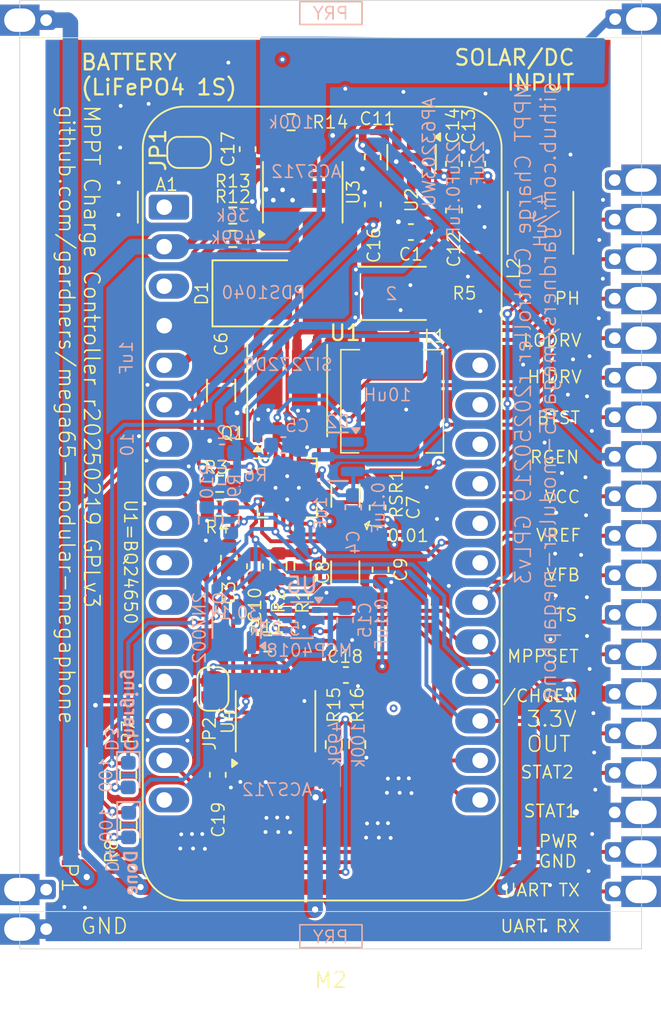
<source format=kicad_pcb>
(kicad_pcb (version 20241229) (generator "pcbnew") (generator_version "9.0")
  (title_block (title "MPPT Charge Controller") (rev "0.2"))
  (layers (0 "F.Cu" signal) (4 "In1.Cu" signal) (6 "In2.Cu" signal) (2 "B.Cu" signal) (13 "F.Paste" user) (15 "B.Paste" user) (5 "F.SilkS" user "F.Silkscreen") (7 "B.SilkS" user "B.Silkscreen") (1 "F.Mask" user) (3 "B.Mask" user) (25 "Edge.Cuts" user))
  (net 0 "")
  (net 3 "/STAT2")
  (net 5 "/Battery Current")
  (net 9 "/Battery Voltage")
  (net 13 "/STAT1")
  (net 14 "/~{Charge EN}")
  (net 16 "+3.3V")
  (net 19 "/SD_CS")
  (net 20 "/Solar Current")
  (net 21 "/Solar Voltage")
  (net 22 "GND")
  (net 24 "Net-(C1-Pad1)")
  (net 25 "/VCC")
  (net 26 "/VREF")
  (net 27 "/RGEN")
  (net 28 "/PH")
  (net 29 "/BTST")
  (net 30 "Net-(D1-K)")
  (net 31 "Net-(U1-SRP)")
  (net 32 "Net-(U1-SRN)")
  (net 33 "/VFB")
  (net 34 "Net-(U4-~FAULT)")
  (net 35 "Net-(U2-BST)")
  (net 36 "Net-(U2-SW)")
  (net 37 "Net-(D3-A)")
  (net 38 "Net-(D4-A)")
  (net 39 "VBAT_OUT")
  (net 40 "/LODRV")
  (net 41 "/HIDRV")
  (net 42 "/MPPSET")
  (net 43 "/TS")
  (net 44 "Net-(U3-~FAULT)")
  (net 46 "/Input")
  (net 47 "/SCL")
  (net 48 "/SDA")
  (net 50 "VCC_ACS712")
  (net 51 "VCC_ACS712_2")
  (net 52 "UART_RX")
  (net 53 "UART_TX")
  (footprint "Capacitor_SMD:C_0603_1608Metric" (layer "F.Cu") (at 105.55 102.49 -90)
    (property "Reference" "C10")
    (property "Value" "22pF")
  )
  (footprint "Resistor_SMD:R_2512_6332Metric" (layer "F.Cu") (at 114.375 84.95)
    (property "Reference" "R5")
    (property "Value" "2")
  )
  (footprint "Jumper:SolderJumper-2_P1.3mm_Bridged_RoundedPad1.0x1.5mm" (layer "F.Cu") (at 101.31 75.89 180)
    (property "Reference" "JP1")
    (property "Value" "Jumper_2_Bridged")
  )
  (footprint "Package_SO:SOIC-8_3.9x4.9mm_P1.27mm" (layer "F.Cu") (at 108.625 78.45 90)
    (property "Reference" "U3")
    (property "Value" "ACS712")
  )
  (footprint "Capacitor_SMD:C_0603_1608Metric" (layer "F.Cu") (at 111.4 109.48)
    (property "Reference" "C18")
    (property "Value" "2.2uF" (hide yes))
  )
  (footprint "Resistor_SMD:R_0603_1608Metric" (layer "F.Cu") (at 97.4 115.9125 -90)
    (property "Reference" "R7")
    (property "Value" "100")
  )
  (footprint "Resistor_SMD:R_0603_1608Metric" (layer "F.Cu") (at 97.425 119.125 -90)
    (property "Reference" "R8")
    (property "Value" "100")
  )
  (footprint "Capacitor_SMD:C_0603_1608Metric" (layer "F.Cu") (at 105.08 75.685 90)
    (property "Reference" "C17")
    (property "Value" "0.1uF" (hide yes))
  )
  (footprint "Capacitor_SMD:C_0603_1608Metric" (layer "F.Cu") (at 113.125 76.2 90)
    (property "Reference" "C11")
    (property "Value" "10uF")
  )
  (footprint "Inductor_SMD:L_Vishay_IFSC-1515AH_4x4x1.8mm" (layer "F.Cu") (at 123.92 80.42 90)
    (property "Reference" "L2")
    (property "Value" "4.7uH")
  )
  (footprint "Capacitor_SMD:C_1206_3216Metric" (layer "F.Cu") (at 111.36 102.88 90)
    (property "Reference" "C8")
    (property "Value" "10uF")
  )
  (footprint "Resistor_SMD:R_0603_1608Metric" (layer "F.Cu") (at 103.28 97.19)
    (property "Reference" "R3")
    (property "Value" "499k")
  )
  (footprint "Package_SO:SOIC-8_3.9x4.9mm_P1.27mm" (layer "F.Cu") (at 106.875 112.45 90)
    (property "Reference" "U4")
    (property "Value" "ACS712")
  )
  (footprint "Capacitor_SMD:C_0603_1608Metric" (layer "F.Cu") (at 103.875 101.95 -90)
    (property "Reference" "C3")
    (property "Value" "1uF")
  )
  (footprint "Resistor_SMD:R_0603_1608Metric" (layer "F.Cu") (at 104.125 81.45 180)
    (property "Reference" "R12")
    (property "Value" "499k")
  )
  (footprint "Capacitor_SMD:C_0603_1608Metric" (layer "F.Cu") (at 115.58 81.01 180)
    (property "Reference" "C1")
    (property "Value" "2.2uF" (hide yes))
  )
  (footprint "Package_SO:PowerPAK_SO-8_Dual" (layer "F.Cu") (at 107.625 91.2 90)
    (property "Reference" "Q1")
    (property "Value" "SI7272DP")
  )
  (footprint "Resistor_SMD:R_0603_1608Metric" (layer "F.Cu") (at 108.61 102.49 -90)
    (property "Reference" "R1")
    (property "Value" "100k")
  )
  (footprint "Jumper:SolderJumper-2_P1.3mm_Bridged_RoundedPad1.0x1.5mm" (layer "F.Cu") (at 102.85 110.375 90)
    (property "Reference" "JP2")
    (property "Value" "Jumper_2_Bridged")
  )
  (footprint "MPPT Charge Controller Footprint Library:VQFN-16_EP_3.5x3.5_Pitch0.5mm" (layer "F.Cu") (at 107.625 97.45)
    (property "Reference" "U1")
    (property "Value" "~")
  )
  (footprint "Resistor_SMD:R_0603_1608Metric" (layer "F.Cu") (at 107.875 73.95)
    (property "Reference" "R14")
    (property "Value" "100k")
  )
  (footprint "Resistor_SMD:R_1206_3216Metric" (layer "F.Cu") (at 111.375 97.95 90)
    (property "Reference" "RSR1")
    (property "Value" "0.01")
  )
  (footprint "Package_TO_SOT_SMD:TSOT-23-6" (layer "F.Cu") (at 115.625 76.2 -90)
    (property "Reference" "U2")
    (property "Value" "AP63203WU")
  )
  (footprint "Module:Adafruit_Feather" (layer "F.Cu") (at 109.875 98.45)
    (property "Reference" "A1")
    (property "Value" "Adafruit_Feather_HUZZAH32_ESP32")
  )
  (footprint "Resistor_SMD:R_0603_1608Metric" (layer "F.Cu") (at 103.28 98.73 180)
    (property "Reference" "R4")
    (property "Value" "DNP")
  )
  (footprint "Capacitor_SMD:C_0603_1608Metric" (layer "F.Cu") (at 118.35 76.625 90)
    (property "Reference" "C14")
    (property "Value" "22uF")
  )
  (footprint "MPPT Charge Controller Footprint Library:L_Vishay_6.9x6.5" (layer "F.Cu") (at 114.375 91.7 -90)
    (property "Reference" "L1")
    (property "Value" "10uH")
  )
  (footprint "Resistor_SMD:R_0603_1608Metric" (layer "F.Cu") (at 107.06 102.49 90)
    (property "Reference" "R2")
    (property "Value" "140K")
  )
  (footprint "Capacitor_SMD:C_0603_1608Metric" (layer "F.Cu") (at 113.13 79.23 90)
    (property "Reference" "C16")
    (property "Value" "2.2uF" (hide yes))
  )
  (footprint "Resistor_SMD:R_0603_1608Metric" (layer "F.Cu") (at 104.125 79.95)
    (property "Reference" "R13")
    (property "Value" "36k")
  )
  (footprint "Capacitor_SMD:C_0603_1608Metric" (layer "F.Cu") (at 118.35 79.625 90)
    (property "Reference" "C12")
    (property "Value" "0.1uF")
  )
  (footprint "Capacitor_SMD:C_0603_1608Metric" (layer "F.Cu") (at 113.625 102.7 90)
    (property "Reference" "C9")
    (property "Value" "4.7uF")
  )
  (footprint "Resistor_SMD:R_0603_1608Metric" (layer "F.Cu") (at 110.625 113.95 90)
    (property "Reference" "R15")
    (property "Value" "499k")
  )
  (footprint "Resistor_SMD:R_0603_1608Metric" (layer "F.Cu") (at 112.125 113.95 -90)
    (property "Reference" "R16")
    (property "Value" "100k")
  )
  (footprint "Capacitor_SMD:C_0603_1608Metric" (layer "F.Cu") (at 113.44 98.72 -90)
    (property "Reference" "C7")
    (property "Value" "0.1uF")
  )
  (footprint "Capacitor_SMD:C_1206_3216Metric" (layer "F.Cu") (at 103.375 91.2 90)
    (property "Reference" "C6")
    (property "Value" "10uF")
  )
  (footprint "Resistor_SMD:R_0603_1608Metric" (layer "F.Cu") (at 106.375 107.45 180)
    (property "Reference" "R11")
    (property "Value" "100k")
  )
  (footprint "Capacitor_SMD:C_0603_1608Metric" (layer "F.Cu") (at 103.16 115.895 -90)
    (property "Reference" "C19")
    (property "Value" "0.1uF" (hide yes))
  )
  (footprint "Capacitor_SMD:C_0603_1608Metric" (layer "F.Cu") (at 119.85 76.625 90)
    (property "Reference" "C13")
    (property "Value" "22uF")
  )
  (footprint "MPPT Charge Controller Footprint Library:MegaCastle2x24-Module-I40.0x56.2-M8000030FFFFF-SPAREPAD" (layer "F.Cu") (at 110.42 96.6)
    (property "Reference" "M2")
    (property "Value" "~")
    (fp_line (start -20 -30.48) (end -20 30.48) (stroke (width 0.05)) (layer "Edge.Cuts"))
    (fp_line (start -20 -30.48) (end 20 -30.48) (stroke (width 0.05)) (layer "Edge.Cuts"))
    (fp_line (start -20 30.48) (end 20 30.48) (stroke (width 0.05)) (layer "Edge.Cuts"))
    (fp_line (start 20 -30.48) (end 20 30.48) (stroke (width 0.05)) (layer "Edge.Cuts"))
  )
  (footprint "Diode_SMD:D_PowerDI-5" (layer "F.Cu") (at 106.625 84.95)
    (property "Reference" "D1")
    (property "Value" "PDS1040")
  )
  (footprint "Capacitor_SMD:C_0603_1608Metric" (layer "B.Cu") (at 111.875 98.7 -90)
    (property "Reference" "C4")
    (property "Value" "1uF")
  )
  (footprint "NetTie:NetTie-2_SMD_Pad0.5mm" (layer "B.Cu") (at 107.625 96.2 90)
    (property "Reference" "NT2" (hide yes))
    (property "Value" "~" (hide yes))
  )
  (footprint "Resistor_SMD:R_0603_1608Metric" (layer "B.Cu") (at 103.41 96.7)
    (property "Reference" "R6")
    (property "Value" "10")
  )
  (footprint "Package_TO_SOT_SMD:SOT-363_SC-70-6" (layer "B.Cu") (at 108.575 105.95 180)
    (property "Reference" "U5")
    (property "Value" "MCP4018")
  )
  (footprint "LED_SMD:LED_0603_1608Metric" (layer "B.Cu") (at 97.425 119.125 -90)
    (property "Reference" "D4")
    (property "Value" "GREEN")
  )
  (footprint "Resistor_SMD:R_0603_1608Metric" (layer "B.Cu") (at 103.99 99.53 90)
    (property "Reference" "R9")
    (property "Value" "5.23k")
  )
  (footprint "NetTie:NetTie-2_SMD_Pad0.5mm" (layer "B.Cu") (at 107.625 98.7 -90)
    (property "Reference" "NT4" (hide yes))
    (property "Value" "~" (hide yes))
  )
  (footprint "Capacitor_SMD:C_0603_1608Metric" (layer "B.Cu") (at 111.35 105.95 -90)
    (property "Reference" "C15")
    (property "Value" "0.1uF")
  )
  (footprint "Capacitor_SMD:C_0603_1608Metric" (layer "B.Cu") (at 107.375 94.7 180)
    (property "Reference" "C5")
    (property "Value" "0.1uF")
  )
  (footprint "LED_SMD:LED_0603_1608Metric" (layer "B.Cu") (at 97.4 115.9125 -90)
    (property "Reference" "D3")
    (property "Value" "RED")
  )
  (footprint "Package_TO_SOT_SMD:SOT-23" (layer "B.Cu") (at 104.375 106.45 90)
    (property "Reference" "Q3")
    (property "Value" "2N7002")
  )
  (footprint "Resistor_SMD:R_0603_1608Metric" (layer "B.Cu") (at 102.46 99.53 -90)
    (property "Reference" "R10")
    (property "Value" "30.1k")
  )
  (footprint "NetTie:NetTie-2_SMD_Pad0.5mm" (layer "B.Cu") (at 108.875 97.45)
    (property "Reference" "NT1" (hide yes))
    (property "Value" "~" (hide yes))
  )
  (footprint "NetTie:NetTie-2_SMD_Pad0.5mm" (layer "B.Cu") (at 106.375 97.45 180)
    (property "Reference" "NT3" (hide yes))
    (property "Value" "~" (hide yes))
  )
  (footprint "Capacitor_SMD:C_0603_1608Metric" (layer "B.Cu") (at 103.43 95.17 180)
    (property "Reference" "C2")
    (property "Value" "1uF")
  )
  (footprint "Package_TO_SOT_SMD:SOT-23" (layer "B.Cu") (at 110.875 95.45 180)
    (property "Reference" "D2")
    (property "Value" "BAT54C")
  )
  (gr_line (start 112.625 99.8) (end 112.75 100.125) (stroke (width 0.1)) (layer "F.SilkS"))
  (gr_line (start 112.75 100.125) (end 112.925 99.6) (stroke (width 0.1)) (layer "F.SilkS"))
  (gr_line (start 113.7 100) (end 112.625 99.8) (stroke (width 0.1)) (layer "F.SilkS"))
  (gr_line (start 112.925 99.6) (end 112.625 99.8) (stroke (width 0.1)) (layer "F.SilkS"))
  (gr_text "MPPSET" (at 124.075 108.275 0) (layer "F.SilkS") (effects (font (size 0.8 0.8) (thickness 0.1) (bold yes))))
  (gr_text "PH" (at 125.65 85.275 0) (layer "F.SilkS") (effects (font (size 0.8 0.8) (thickness 0.1) (bold yes))))
  (gr_text "UART RX" (at 121.275 126.1 0) (layer "F.SilkS") (effects (font (size 0.8 0.8) (thickness 0.1)) (justify left bottom)))
  (gr_text "VREF" (at 125.075 100.5 0) (layer "F.SilkS") (effects (font (size 0.8 0.8) (thickness 0.1) (bold yes))))
  (gr_text "VCC" (at 125.325 98.025 0) (layer "F.SilkS") (effects (font (size 0.8 0.8) (thickness 0.1) (bold yes))))
  (gr_text "BTST" (at 125.075 92.95 0) (layer "F.SilkS") (effects (font (size 0.8 0.8) (thickness 0.1) (bold yes))))
  (gr_text "UART TX" (at 121.475 123.775 0) (layer "F.SilkS") (effects (font (size 0.8 0.8) (thickness 0.1)) (justify left bottom)))
  (gr_text "/CHGEN" (at 123.925 110.825 0) (layer "F.SilkS") (effects (font (size 0.8 0.8) (thickness 0.1) (bold yes))))
  (gr_text "LODRV" (at 124.675 87.975 0) (layer "F.SilkS") (effects (font (size 0.8 0.8) (thickness 0.1) (bold yes))))
  (gr_text "3.3V\nOUT" (at 122.95 114.5 0) (layer "F.SilkS") (effects (font (size 1 1) (thickness 0.1)) (justify left bottom)))
  (gr_text "VFB" (at 125.375 103.05 0) (layer "F.SilkS") (effects (font (size 0.8 0.8) (thickness 0.1) (bold yes))))
  (gr_text "${TITLE} r20250219 GPLv3\ngithub.com/gardners/mega65-modular-megaphone" (at 92.85 72.775 270) (layer "F.SilkS") (effects (font (size 1 1) (thickness 0.1)) (justify left bottom)))
  (gr_text "PWR\nGND\n" (at 123.75 121.925 0) (layer "F.SilkS") (effects (font (size 0.8 0.8) (thickness 0.1)) (justify left bottom)))
  (gr_text "U1=BQ24650" (at 97.075 98.125 -90) (layer "F.SilkS") (effects (font (size 0.8 0.8) (thickness 0.1)) (justify left bottom)))
  (gr_text "BATTERY\n(LiFePO4 1S)" (at 94.275 70.9 0) (layer "F.SilkS") (effects (font (size 1 1)) (justify left)))
  (gr_text "RGEN" (at 124.825 95.475 0) (layer "F.SilkS") (effects (font (size 0.8 0.8) (thickness 0.1) (bold yes))))
  (gr_text "P1" (at 93.05 121.45 -90) (layer "F.SilkS") (effects (font (size 1 1) (thickness 0.1)) (justify left bottom)))
  (gr_text "SOLAR/DC\nINPUT" (at 126.2 70.6 0) (layer "F.SilkS") (effects (font (size 1 1)) (justify right)))
  (gr_text "STAT1" (at 124.55 118.225 0) (layer "F.SilkS") (effects (font (size 0.8 0.8) (thickness 0.1) (bold yes))))
  (gr_text "GND" (at 94.275 126.2 0) (layer "F.SilkS") (effects (font (size 1 1) (thickness 0.1)) (justify left bottom)))
  (gr_text "STAT2" (at 124.35 115.725 0) (layer "F.SilkS") (effects (font (size 0.8 0.8) (thickness 0.1) (bold yes))))
  (gr_text "HIDRV" (at 124.825 90.325 0) (layer "F.SilkS") (effects (font (size 0.8 0.8) (thickness 0.1) (bold yes))))
  (gr_text "TS" (at 125.6 105.625 0) (layer "F.SilkS") (effects (font (size 0.8 0.8) (thickness 0.1) (bold yes))))
  (gr_text "Charging" (at 97.55 111.725 270) (layer "B.SilkS") (effects (font (size 0.8 0.8) (thickness 0.15) (bold yes)) (justify mirror)))
  (gr_text "Done" (at 97.575 122.2 90) (layer "B.SilkS") (effects (font (size 0.8 0.8) (thickness 0.15) (bold yes)) (justify mirror)))
  (gr_text "${TITLE} r20250219 GPLv3\ngithub.com/gardners/mega65-modular-megaphone" (at 125 71.275 90) (layer "B.SilkS") (effects (font (size 1 1) (thickness 0.1)) (justify left bottom mirror)))
  (segment (start 114.52 111.67) (end 114.47 111.62) (width 0.25) (layer "F.Cu") (net 0))
  (segment (start 114.52 111.71) (end 114.52 111.67) (width 0.25) (layer "F.Cu") (net 0))
  (via (at 114.47 111.62) (size 0.5) (drill 0.25) (layers "F.Cu" "B.Cu") (net 0))
  (segment (start 106.875 99.815) (end 106.875 99.2) (width 0.25) (layer "F.Cu") (net 3))
  (segment (start 106.87 100.27) (end 106.87 99.82) (width 0.25) (layer "F.Cu") (net 3))
  (segment (start 123.49 109.89) (end 120.035 109.89) (width 0.25) (layer "F.Cu") (net 3))
  (segment (start 126.83 113.23) (end 123.49 109.89) (width 0.25) (layer "F.Cu") (net 3))
  (segment (start 106.87 99.82) (end 106.875 99.815) (width 0.25) (layer "F.Cu") (net 3))
  (segment (start 128.69 113.23) (end 126.83 113.23) (width 0.25) (layer "F.Cu") (net 3))
  (via (at 106.87 100.27) (size 0.5) (drill 0.25) (layers "F.Cu" "B.Cu") (net 3))
  (segment (start 105 100.51) (end 105.42 100.09) (width 0.25) (layer "B.Cu") (net 3))
  (segment (start 101.9 108.18) (end 102.43 107.65) (width 0.25) (layer "B.Cu") (net 3))
  (segment (start 117.73 104.42) (end 117.73 107.585) (width 0.25) (layer "B.Cu") (net 3))
  (segment (start 98.83 116.2) (end 100.94 116.2) (width 0.25) (layer "B.Cu") (net 3))
  (segment (start 101.9 112.57) (end 101.9 108.18) (width 0.25) (layer "B.Cu") (net 3))
  (segment (start 106.87 100.27) (end 106.87 100.32) (width 0.25) (layer "B.Cu") (net 3))
  (segment (start 97.425 118.255) (end 98.39 117.29) (width 0.25) (layer "B.Cu") (net 3))
  (segment (start 97.425 118.3375) (end 97.425 118.255) (width 0.25) (layer "B.Cu") (net 3))
  (segment (start 106.69 100.09) (end 106.87 100.27) (width 0.25) (layer "B.Cu") (net 3))
  (segment (start 115.68 102.37) (end 117.73 104.42) (width 0.25) (layer "B.Cu") (net 3))
  (segment (start 98.39 117.29) (end 98.39 116.64) (width 0.25) (layer "B.Cu") (net 3))
  (segment (start 108.92 102.37) (end 115.68 102.37) (width 0.25) (layer "B.Cu") (net 3))
  (segment (start 117.73 107.585) (end 120.035 109.89) (width 0.25) (layer "B.Cu") (net 3))
  (segment (start 101.9 114.89) (end 101.9 112.57) (width 0.25) (layer "B.Cu") (net 3))
  (segment (start 106.87 100.32) (end 108.92 102.37) (width 0.25) (layer "B.Cu") (net 3))
  (segment (start 102.43 103.57) (end 105 101) (width 0.25) (layer "B.Cu") (net 3))
  (segment (start 98.39 116.64) (end 98.83 116.2) (width 0.25) (layer "B.Cu") (net 3))
  (segment (start 118.88 109.89) (end 120.035 109.89) (width 0.25) (layer "B.Cu") (net 3))
  (segment (start 105.42 100.09) (end 106.69 100.09) (width 0.25) (layer "B.Cu") (net 3))
  (segment (start 100.94 116.2) (end 101.9 115.24) (width 0.25) (layer "B.Cu") (net 3))
  (segment (start 102.43 107.65) (end 102.43 103.57) (width 0.25) (layer "B.Cu") (net 3))
  (segment (start 105 101) (end 105 100.51) (width 0.25) (layer "B.Cu") (net 3))
  (segment (start 101.9 115.24) (end 101.9 114.89) (width 0.25) (layer "B.Cu") (net 3))
  (segment (start 106.24 109.975) (end 106.24 111.38) (width 0.25) (layer "F.Cu") (net 5))
  (segment (start 101.69 103.41) (end 104.15 105.87) (width 0.25) (layer "F.Cu") (net 5))
  (segment (start 99.715 97.19) (end 100.37 97.19) (width 0.25) (layer "F.Cu") (net 5))
  (segment (start 105.53 111.89) (end 106.24 111.18) (width 0.25) (layer "F.Cu") (net 5))
  (segment (start 106.23 109.965) (end 106.24 109.975) (width 0.25) (layer "F.Cu") (net 5))
  (segment (start 106.65 111.79) (end 108.91 111.79) (width 0.25) (layer "F.Cu") (net 5))
  (segment (start 101.69 98.51) (end 101.69 103.41) (width 0.25) (layer "F.Cu") (net 5))
  (segment (start 104.15 111.56) (end 104.48 111.89) (width 0.25) (layer "F.Cu") (net 5))
  (segment (start 100.37 97.19) (end 101.69 98.51) (width 0.25) (layer "F.Cu") (net 5))
  (segment (start 110.625 110.075) (end 110.625 109.48) (width 0.25) (layer "F.Cu") (net 5))
  (segment (start 106.24 111.18) (end 106.24 109.975) (width 0.25) (layer "F.Cu") (net 5))
  (segment (start 106.24 111.38) (end 106.65 111.79) (width 0.25) (layer "F.Cu") (net 5))
  (segment (start 104.48 111.89) (end 105.53 111.89) (width 0.25) (layer "F.Cu") (net 5))
  (segment (start 108.91 111.79) (end 110.625 110.075) (width 0.25) (layer "F.Cu") (net 5))
  (segment (start 104.15 105.87) (end 104.15 111.56) (width 0.25) (layer "F.Cu") (net 5))
  (segment (start 111.36 112.36) (end 112.125 113.125) (width 0.25) (layer "F.Cu") (net 9))
  (segment (start 110.625 113.125) (end 110.625 113.065) (width 0.25) (layer "F.Cu") (net 9))
  (segment (start 111.38 122.14) (end 95.88 122.14) (width 0.25) (layer "F.Cu") (net 9))
  (segment (start 110.625 113.065) (end 111.36 112.33) (width 0.25) (layer "F.Cu") (net 9))
  (segment (start 111.36 112.33) (end 111.36 112.36) (width 0.25) (layer "F.Cu") (net 9))
  (segment (start 98.6 94.65) (end 99.715 94.65) (width 0.25) (layer "F.Cu") (net 9))
  (segment (start 95.88 122.14) (end 94.36 120.62) (width 0.25) (layer "F.Cu") (net 9))
  (segment (start 94.36 98.89) (end 98.6 94.65) (width 0.25) (layer "F.Cu") (net 9))
  (segment (start 94.36 120.62) (end 94.36 98.89) (width 0.25) (layer "F.Cu") (net 9))
  (via (at 111.38 122.14) (size 0.5) (drill 0.25) (layers "F.Cu" "B.Cu") (net 9))
  (via (at 111.36 112.33) (size 0.5) (drill 0.25) (layers "F.Cu" "B.Cu") (net 9))
  (segment (start 111.38 112.35) (end 111.36 112.33) (width 0.25) (layer "B.Cu") (net 9))
  (segment (start 111.38 122.14) (end 111.38 112.35) (width 0.25) (layer "B.Cu") (net 9))
  (segment (start 104.94 98.42) (end 104.94 97.89) (width 0.25) (layer "F.Cu") (net 13))
  (segment (start 105.13 97.7) (end 105.875 97.7) (width 0.25) (layer "F.Cu") (net 13))
  (segment (start 101.63 106.11) (end 102.63 106.11) (width 0.25) (layer "F.Cu") (net 13))
  (segment (start 105.33 100.51) (end 105.33 99.94) (width 0.25) (layer "F.Cu") (net 13))
  (segment (start 105.62 99.65) (end 105.62 99.1) (width 0.25) (layer "F.Cu") (net 13))
  (segment (start 104.94 97.89) (end 105.13 97.7) (width 0.25) (layer "F.Cu") (net 13))
  (segment (start 128.69 115.77) (end 126.68 115.77) (width 0.25) (layer "F.Cu") (net 13))
  (segment (start 105.59 100.77) (end 105.33 100.51) (width 0.25) (layer "F.Cu") (net 13))
  (segment (start 105.62 99.1) (end 104.94 98.42) (width 0.25) (layer "F.Cu") (net 13))
  (segment (start 102.63 106.11) (end 103.06 105.68) (width 0.25) (layer "F.Cu") (net 13))
  (segment (start 126.68 115.77) (end 123.34 112.43) (width 0.25) (layer "F.Cu") (net 13))
  (segment (start 123.34 112.43) (end 120.035 112.43) (width 0.25) (layer "F.Cu") (net 13))
  (segment (start 105.33 99.94) (end 105.62 99.65) (width 0.25) (layer "F.Cu") (net 13))
  (via (at 103.06 105.68) (size 0.5) (drill 0.25) (layers "F.Cu" "B.Cu") (net 13))
  (via (at 105.59 100.77) (size 0.5) (drill 0.25) (layers "F.Cu" "B.Cu") (net 13))
  (via (at 101.63 106.11) (size 0.5) (drill 0.25) (layers "F.Cu" "B.Cu") (net 13))
  (segment (start 101.62 106.12) (end 101.63 106.11) (width 0.25) (layer "B.Cu") (net 13))
  (segment (start 97.4 115.125) (end 97.4 107.4) (width 0.25) (layer "B.Cu") (net 13))
  (segment (start 105.59 100.77) (end 105.48 100.88) (width 0.25) (layer "B.Cu") (net 13))
  (segment (start 104.17 103.91) (end 104.01 103.91) (width 0.25) (layer "B.Cu") (net 13))
  (segment (start 105.67 100.88) (end 107.65 102.86) (width 0.25) (layer "B.Cu") (net 13))
  (segment (start 97.4 107.4) (end 98.68 106.12) (width 0.25) (layer "B.Cu") (net 13))
  (segment (start 107.65 102.86) (end 114.77 102.86) (width 0.25) (layer "B.Cu") (net 13))
  (segment (start 118.88 112.43) (end 120.035 112.43) (width 0.25) (layer "B.Cu") (net 13))
  (segment (start 103.06 104.86) (end 103.06 105.68) (width 0.25) (layer "B.Cu") (net 13))
  (segment (start 105.22 103.13) (end 104.44 103.91) (width 0.25) (layer "B.Cu") (net 13))
  (segment (start 116.58 110.13) (end 118.88 112.43) (width 0.25) (layer "B.Cu") (net 13))
  (segment (start 116.58 104.67) (end 116.58 110.13) (width 0.25) (layer "B.Cu") (net 13))
  (segment (start 105.59 102.76) (end 105.22 103.13) (width 0.25) (layer "B.Cu") (net 13))
  (segment (start 105.59 100.77) (end 105.59 102.76) (width 0.25) (layer "B.Cu") (net 13))
  (segment (start 103.08 104.84) (end 103.06 104.86) (width 0.25) (layer "B.Cu") (net 13))
  (segment (start 104.44 103.91) (end 104.17 103.91) (width 0.25) (layer "B.Cu") (net 13))
  (segment (start 98.68 106.12) (end 101.62 106.12) (width 0.25) (layer "B.Cu") (net 13))
  (segment (start 114.77 102.86) (end 116.58 104.67) (width 0.25) (layer "B.Cu") (net 13))
  (segment (start 105.48 100.88) (end 105.67 100.88) (width 0.25) (layer "B.Cu") (net 13))
  (segment (start 104.01 103.91) (end 103.08 104.84) (width 0.25) (layer "B.Cu") (net 13))
  (segment (start 120.835 108.15) (end 120.035 107.35) (width 0.25) (layer "F.Cu") (net 14))
  (segment (start 128.69 108.15) (end 120.835 108.15) (width 0.25) (layer "F.Cu") (net 14))
  (segment (start 117.15 105.8) (end 106.15 105.8) (width 0.25) (layer "F.Cu") (net 14))
  (segment (start 106.15 105.8) (end 105.66 106.29) (width 0.25) (layer "F.Cu") (net 14))
  (segment (start 119.945 107.44) (end 118.79 107.44) (width 0.25) (layer "F.Cu") (net 14))
  (segment (start 118.79 107.44) (end 117.15 105.8) (width 0.25) (layer "F.Cu") (net 14))
  (segment (start 120.035 107.35) (end 119.945 107.44) (width 0.25) (layer "F.Cu") (net 14))
  (via (at 105.66 106.29) (size 0.5) (drill 0.25) (layers "F.Cu" "B.Cu") (net 14))
  (segment (start 105.325 106.455) (end 105.325 107.3875) (width 0.25) (layer "B.Cu") (net 14))
  (segment (start 105.66 106.29) (end 105.49 106.29) (width 0.25) (layer "B.Cu") (net 14))
  (segment (start 105.49 106.29) (end 105.325 106.455) (width 0.25) (layer "B.Cu") (net 14))
  (segment (start 102.85 109.725) (end 102.85 109) (width 0.35) (layer "F.Cu") (net 16))
  (segment (start 117.35 74.04) (end 117.35 77.07) (width 0.35) (layer "F.Cu") (net 16))
  (segment (start 100.66 76.91) (end 102.09 78.34) (width 0.5) (layer "F.Cu") (net 16))
  (segment (start 100.66 75.89) (end 100.66 76.91) (width 0.5) (layer "F.Cu") (net 16))
  (segment (start 120.52 77.65) (end 121.8 78.93) (width 0.5) (layer "F.Cu") (net 16))
  (segment (start 121.8 78.93) (end 123.905 78.93) (width 0.5) (layer "F.Cu") (net 16))
  (segment (start 116.575 75.0625) (end 116.575 74.045) (width 0.5) (layer "F.Cu") (net 16))
  (segment (start 101.69 109.86) (end 102.715 109.86) (width 0.35) (layer "F.Cu") (net 16))
  (segment (start 117.74 77.4) (end 117.71 77.43) (width 0.5) (layer "F.Cu") (net 16))
  (segment (start 117.35 77.07) (end 117.71 77.43) (width 0.35) (layer "F.Cu") (net 16))
  (segment (start 123.905 78.93) (end 123.92 78.945) (width 0.5) (layer "F.Cu") (net 16))
  (segment (start 101.21 111.12) (end 101.69 110.64) (width 0.35) (layer "F.Cu") (net 16))
  (segment (start 117.09 73.78) (end 117.35 74.04) (width 0.35) (layer "F.Cu") (net 16))
  (segment (start 119.85 77.4) (end 120.52 77.4) (width 0.5) (layer "F.Cu") (net 16))
  (segment (start 116.57 74.04) (end 116.83 73.78) (width 0.35) (layer "F.Cu") (net 16))
  (segment (start 116.83 73.78) (end 117.09 73.78) (width 0.35) (layer "F.Cu") (net 16))
  (segment (start 120.52 77.4) (end 120.52 77.65) (width 0.5) (layer "F.Cu") (net 16))
  (segment (start 127.76 110.69) (end 128.69 110.69) (width 1) (layer "F.Cu") (net 16))
  (segment (start 101.14 81.95) (end 99.715 81.95) (width 0.5) (layer "F.Cu") (net 16))
  (segment (start 95.59 111.12) (end 101.21 111.12) (width 0.35) (layer "F.Cu") (net 16))
  (segment (start 116.575 74.045) (end 116.57 74.04) (width 0.5) (layer "F.Cu") (net 16))
  (segment (start 102.09 81) (end 101.14 81.95) (width 0.5) (layer "F.Cu") (net 16))
  (segment (start 118.35 77.4) (end 117.74 77.4) (width 0.5) (layer "F.Cu") (net 16))
  (segment (start 121.63 123.11) (end 98.19 123.11) (width 1) (layer "F.Cu") (net 16))
  (segment (start 119.85 77.4) (end 118.35 77.4) (width 0.5) (layer "F.Cu") (net 16))
  (segment (start 102.85 109) (end 102.88 108.97) (width 0.35) (layer "F.Cu") (net 16))
  (segment (start 101.69 110.64) (end 101.69 109.86) (width 0.35) (layer "F.Cu") (net 16))
  (segment (start 127.48 110.41) (end 127.76 110.69) (width 1) (layer "F.Cu") (net 16))
  (segment (start 102.09 78.34) (end 102.09 81) (width 0.5) (layer "F.Cu") (net 16))
  (segment (start 102.715 109.86) (end 102.85 109.725) (width 0.35) (layer "F.Cu") (net 16))
  (segment (start 95.29 111.42) (end 95.59 111.12) (width 0.35) (layer "F.Cu") (net 16))
  (segment (start 125.74 110.41) (end 127.48 110.41) (width 1) (layer "F.Cu") (net 16))
  (via (at 125.74 110.41) (size 0.8) (drill 0.4) (layers "F.Cu" "B.Cu") (net 16))
  (via (at 102.88 108.97) (size 0.5) (drill 0.25) (layers "F.Cu" "B.Cu") (net 16))
  (via (at 95.29 111.42) (size 0.6) (drill 0.3) (layers "F.Cu" "B.Cu") (net 16))
  (via (at 121.63 123.11) (size 0.8) (drill 0.4) (layers "F.Cu" "B.Cu") (net 16))
  (via (at 98.19 123.11) (size 0.8) (drill 0.4) (layers "F.Cu" "B.Cu") (net 16))
  (via (at 117.71 77.43) (size 0.6) (drill 0.3) (layers "F.Cu" "B.Cu") (net 16))
  (via (at 120.52 77.4) (size 0.6) (drill 0.3) (layers "F.Cu" "B.Cu") (net 16))
  (segment (start 109.69 76.76) (end 109.69 79.85) (width 0.35) (layer "B.Cu") (net 16))
  (segment (start 99.735 81.93) (end 99.715 81.95) (width 0.35) (layer "B.Cu") (net 16))
  (segment (start 109.98 108.2) (end 110.4 107.78) (width 0.35) (layer "B.Cu") (net 16))
  (segment (start 117.71 77.43) (end 116.94 77.43) (width 0.35) (layer "B.Cu") (net 16))
  (segment (start 111.225 105.3) (end 111.35 105.175) (width 0.35) (layer "B.Cu") (net 16))
  (segment (start 98.15 123.11) (end 98.19 123.11) (width 1) (layer "B.Cu") (net 16))
  (segment (start 95.29 84.32) (end 97.66 81.95) (width 1) (layer "B.Cu") (net 16))
  (segment (start 108.28 108.2) (end 109.98 108.2) (width 0.35) (layer "B.Cu") (net 16))
  (segment (start 110.4 107.78) (end 110.4 105.33) (width 0.35) (layer "B.Cu") (net 16))
  (segment (start 110.4 105.33) (end 110.43 105.3) (width 0.35) (layer "B.Cu") (net 16))
  (segment (start 111.89 74.56) (end 109.69 76.76) (width 0.35) (layer "B.Cu") (net 16))
  (segment (start 97.66 81.95) (end 99.715 81.95) (width 1) (layer "B.Cu") (net 16))
  (segment (start 123.17 121.57) (end 121.63 123.11) (width 1) (layer "B.Cu") (net 16))
  (segment (start 95.29 120.25) (end 98.15 123.11) (width 1) (layer "B.Cu") (net 16))
  (segment (start 116.94 77.43) (end 114.07 74.56) (width 0.35) (layer "B.Cu") (net 16))
  (segment (start 107.61 81.93) (end 99.735 81.93) (width 0.35) (layer "B.Cu") (net 16))
  (segment (start 109.69 79.85) (end 107.61 81.93) (width 0.35) (layer "B.Cu") (net 16))
  (segment (start 124.2 110.41) (end 123.17 111.44) (width 1) (layer "B.Cu") (net 16))
  (segment (start 107.51 108.97) (end 108.28 108.2) (width 0.35) (layer "B.Cu") (net 16))
  (segment (start 123.17 111.44) (end 123.17 121.57) (width 1) (layer "B.Cu") (net 16))
  (segment (start 95.29 111.42) (end 95.29 120.25) (width 1) (layer "B.Cu") (net 16))
  (segment (start 125.74 110.41) (end 124.2 110.41) (width 1) (layer "B.Cu") (net 16))
  (segment (start 102.88 108.97) (end 107.51 108.97) (width 0.35) (layer "B.Cu") (net 16))
  (segment (start 95.29 111.42) (end 95.29 84.32) (width 1) (layer "B.Cu") (net 16))
  (segment (start 109.525 105.3) (end 110.43 105.3) (width 0.35) (layer "B.Cu") (net 16))
  (segment (start 114.07 74.56) (end 111.89 74.56) (width 0.35) (layer "B.Cu") (net 16))
  (segment (start 110.43 105.3) (end 111.225 105.3) (width 0.35) (layer "B.Cu") (net 16))
  (segment (start 126.84 82.84) (end 126.46 83.22) (width 0.25) (layer "F.Cu") (net 19))
  (segment (start 126.84 81.09) (end 126.84 82.84) (width 0.25) (layer "F.Cu") (net 19))
  (segment (start 124.83 83.22) (end 121.79 86.26) (width 0.25) (layer "F.Cu") (net 19))
  (segment (start 126.46 83.22) (end 124.83 83.22) (width 0.25) (layer "F.Cu") (net 19))
  (segment (start 127.72 80.21) (end 126.84 81.09) (width 0.25) (layer "F.Cu") (net 19))
  (segment (start 128.69 80.21) (end 127.72 80.21) (width 0.25) (layer "F.Cu") (net 19))
  (via (at 121.79 86.26) (size 0.6) (drill 0.3) (layers "F.Cu" "B.Cu") (net 19))
  (via (at 121.79 92.04) (size 0.5) (drill 0.25) (layers "F.Cu" "B.Cu") (net 19))
  (segment (start 121.79 103.055) (end 120.035 104.81) (width 0.25) (layer "B.Cu") (net 19))
  (segment (start 121.79 92.04) (end 121.79 103.055) (width 0.25) (layer "B.Cu") (net 19))
  (segment (start 121.79 86.26) (end 121.79 92.04) (width 0.25) (layer "B.Cu") (net 19))
  (segment (start 112.715 80.005) (end 110.7 77.99) (width 0.5) (layer "F.Cu") (net 20))
  (segment (start 113.13 80.005) (end 113.13 80.52) (width 0.5) (layer "F.Cu") (net 20))
  (segment (start 113.13 80.52) (end 113.16 80.55) (width 0.5) (layer "F.Cu") (net 20))
  (segment (start 110.7 77.99) (end 108.65 77.99) (width 0.5) (layer "F.Cu") (net 20))
  (segment (start 108.65 77.99) (end 107.99 77.33) (width 0.5) (layer "F.Cu") (net 20))
  (segment (start 107.99 77.33) (end 107.99 75.975) (width 0.5) (layer "F.Cu") (net 20))
  (segment (start 113.13 80.005) (end 112.715 80.005) (width 0.5) (layer "F.Cu") (net 20))
  (via (at 113.16 80.55) (size 0.6) (drill 0.3) (layers "F.Cu" "B.Cu") (net 20))
  (segment (start 101.6 92.11) (end 99.715 92.11) (width 0.5) (layer "B.Cu") (net 20))
  (segment (start 113.16 80.55) (end 101.6 92.11) (width 0.5) (layer "B.Cu") (net 20))
  (segment (start 102.17 82.57) (end 102.17 88.21) (width 0.5) (layer "F.Cu") (net 21))
  (segment (start 102.17 88.21) (end 100.81 89.57) (width 0.5) (layer "F.Cu") (net 21))
  (segment (start 103.3 81.45) (end 103.29 81.45) (width 0.5) (layer "F.Cu") (net 21))
  (segment (start 103.3 79.95) (end 103.3 81.45) (width 0.5) (layer "F.Cu") (net 21))
  (segment (start 103.29 81.45) (end 102.17 82.57) (width 0.5) (layer "F.Cu") (net 21))
  (segment (start 100.81 89.57) (end 99.715 89.57) (width 0.5) (layer "F.Cu") (net 21))
  (segment (start 104.95 79.95) (end 104.95 79.48) (width 0.5) (layer "F.Cu") (net 22))
  (segment (start 112.125 114.775) (end 112.14 114.79) (width 0.25) (layer "F.Cu") (net 22))
  (segment (start 114.675 76.515) (end 114.64 76.48) (width 0.5) (layer "F.Cu") (net 22))
  (segment (start 103.42 92.63) (end 104.4 92.63) (width 0.25) (layer "F.Cu") (net 22))
  (segment (start 120.5 75.85) (end 120.51 75.84) (width 0.5) (layer "F.Cu") (net 22))
  (segment (start 92.59 125.81) (end 92.12 125.81) (width 0.5) (layer "F.Cu") (net 22))
  (segment (start 107.625 97.45) (end 108.375 97.45) (width 0.25) (layer "F.Cu") (net 22))
  (segment (start 103.96 116.67) (end 104 116.71) (width 0.5) (layer "F.Cu") (net 22))
  (segment (start 108.61 103.33) (end 108.61 103.315) (width 0.25) (layer "F.Cu") (net 22))
  (segment (start 108.26 93.87) (end 108.26 93.5) (width 0.25) (layer "F.Cu") (net 22))
  (segment (start 93.29 124.39) (end 94.57 124.39) (width 1) (layer "F.Cu") (net 22))
  (segment (start 128.69 118.31) (end 126.19 118.31) (width 1) (layer "F.Cu") (net 22))
  (segment (start 108.26 93.5) (end 107.75 92.99) (width 0.25) (layer "F.Cu") (net 22))
  (segment (start 114.805 81.01) (end 114.805 80.375) (width 0.5) (layer "F.Cu") (net 22))
  (segment (start 112.625 78.455) (end 112.61 78.44) (width 0.5) (layer "F.Cu") (net 22))
  (segment (start 109.375 97.2) (end 108.625 97.2) (width 0.25) (layer "F.Cu") (net 22))
  (segment (start 102.455 99.285) (end 102.455 99.545) (width 0.25) (layer "F.Cu") (net 22))
  (segment (start 118.36 75.84) (end 118.35 75.85) (width 0.5) (layer "F.Cu") (net 22))
  (segment (start 108.78 109.975) (end 108.78 111.1) (width 0.25) (layer "F.Cu") (net 22))
  (segment (start 93.29 125.11) (end 92.59 125.81) (width 0.5) (layer "F.Cu") (net 22))
  (segment (start 126.18 118.3) (end 126.19 118.31) (width 1) (layer "F.Cu") (net 22))
  (segment (start 108.625 97.2) (end 108.375 97.45) (width 0.25) (layer "F.Cu") (net 22))
  (segment (start 112.14 114.79) (end 112.72 114.79) (width 0.25) (layer "F.Cu") (net 22))
  (segment (start 119.85 75.85) (end 120.5 75.85) (width 0.5) (layer "F.Cu") (net 22))
  (segment (start 113.13 78.455) (end 112.625 78.455) (width 0.5) (layer "F.Cu") (net 22))
  (segment (start 110.53 74.82) (end 110.55 74.8) (width 0.5) (layer "F.Cu") (net 22))
  (segment (start 102.455 99.545) (end 102.47 99.56) (width 0.25) (layer "F.Cu") (net 22))
  (segment (start 113.625 103.475) (end 113.66 103.51) (width 0.5) (layer "F.Cu") (net 22))
  (segment (start 112.175 110.185) (end 112.18 110.19) (width 0.25) (layer "F.Cu") (net 22))
  (segment (start 107.625 97.45) (end 106.875 97.45) (width 0.25) (layer "F.Cu") (net 22))
  (segment (start 103.375 92.675) (end 103.42 92.63) (width 0.25) (layer "F.Cu") (net 22))
  (segment (start 102.455 99.285) (end 102.455 98.73) (width 0.25) (layer "F.Cu") (net 22))
  (segment (start 108.13 103.49) (end 108.45 103.49) (width 0.25) (layer "F.Cu") (net 22))
  (segment (start 112.505 76.975) (end 112.47 76.94) (width 0.5) (layer "F.Cu") (net 22))
  (segment (start 110.165 104.175) (end 110.15 104.19) (width 0.5) (layer "F.Cu") (net 22))
  (segment (start 111.18 104.175) (end 110.165 104.175) (width 0.5) (layer "F.Cu") (net 22))
  (segment (start 111.36 104.355) (end 111.18 104.175) (width 0.5) (layer "F.Cu") (net 22))
  (segment (start 93.29 124.39) (end 93.29 125.11) (width 0.5) (layer "F.Cu") (net 22))
  (segment (start 114.805 80.375) (end 114.78 80.35) (width 0.5) (layer "F.Cu") (net 22))
  (segment (start 110.53 75.975) (end 110.53 74.82) (width 0.5) (layer "F.Cu") (net 22))
  (segment (start 112.175 109.48) (end 112.175 110.185) (width 0.25) (layer "F.Cu") (net 22))
  (segment (start 108.78 111.1) (end 108.73 111.15) (width 0.25) (layer "F.Cu") (net 22))
  (segment (start 103.875 103.255) (end 103.875 102.725) (width 0.25) (layer "F.Cu") (net 22))
  (segment (start 103.16 116.67) (end 103.96 116.67) (width 0.5) (layer "F.Cu") (net 22))
  (segment (start 94.57 124.39) (end 94.61 124.43) (width 1) (layer "F.Cu") (net 22))
  (segment (start 104.95 79.48) (end 105.38 79.05) (width 0.5) (layer "F.Cu") (net 22))
  (segment (start 107.625 97.45) (end 107.625 96.7) (width 0.25) (layer "F.Cu") (net 22))
  (segment (start 118.95 75.84) (end 118.36 75.84) (width 0.5) (layer "F.Cu") (net 22))
  (segment (start 113.66 103.51) (end 114.32 103.51) (width 0.5) (layer "F.Cu") (net 22))
  (segment (start 107.625 97.45) (end 107.625 98.2) (width 0.25) (layer "F.Cu") (net 22))
  (segment (start 108.45 103.49) (end 108.61 103.33) (width 0.25) (layer "F.Cu") (net 22))
  (segment (start 113.125 76.975) (end 112.505 76.975) (width 0.5) (layer "F.Cu") (net 22))
  (segment (start 114.675 77.3375) (end 114.675 76.515) (width 0.5) (layer "F.Cu") (net 22))
  (via (at 127.08 109.09) (size 0.5) (drill 0.25) (layers "F.Cu" "B.Cu") (net 22))
  (via (at 127.01 122.08) (size 0.5) (drill 0.25) (layers "F.Cu" "B.Cu") (net 22))
  (via (at 112.18 110.19) (size 0.5) (drill 0.25) (layers "F.Cu" "B.Cu") (net 22))
  (via (at 127.44 116.85) (size 0.5) (drill 0.25) (layers "F.Cu" "B.Cu") (net 22))
  (via (at 108.13 103.49) (size 0.5) (drill 0.25) (layers "F.Cu" "B.Cu") (net 22))
  (via (at 111.36 71.8) (size 0.5) (drill 0.25) (layers "F.Cu" "B.Cu") (net 22))
  (via (at 125.3 96.5) (size 0.5) (drill 0.25) (layers "F.Cu" "B.Cu") (net 22))
  (via (at 127.93 84.01) (size 0.5) (drill 0.25) (layers "F.Cu" "B.Cu") (net 22))
  (via (at 122.8 89.53) (size 0.5) (drill 0.25) (layers "F.Cu" "B.Cu") (net 22))
  (via (at 108.375 97.45) (size 0.5) (drill 0.25) (layers "F.Cu" "B.Cu") (net 22))
  (via (at 126.81 96.77) (size 0.5) (drill 0.25) (layers "F.Cu" "B.Cu") (net 22))
  (via (at 124.23 125.9) (size 0.5) (drill 0.25) (layers "F.Cu" "B.Cu") (net 22))
  (via (at 124.53 122.98) (size 0.5) (drill 0.25) (layers "F.Cu" "B.Cu") (net 22))
  (via (at 104.4 92.63) (size 0.6) (drill 0.3) (layers "F.Cu" "B.Cu") (net 22))
  (via (at 115.62 117.07) (size 0.5) (drill 0.25) (layers "F.Cu" "B.Cu") (net 22))
  (via (at 126.53 101.76) (size 0.5) (drill 0.25) (layers "F.Cu" "B.Cu") (net 22))
  (via (at 101.57 120.63) (size 0.5) (drill 0.25) (layers "F.Cu" "B.Cu") (net 22))
  (via (at 98.17 110.16) (size 0.5) (drill 0.25) (layers "F.Cu" "B.Cu") (net 22))
  (via (at 127.67 86.55) (size 0.5) (drill 0.25) (layers "F.Cu" "B.Cu") (net 22))
  (via (at 120.32 80.69) (size 0.5) (drill 0.25) (layers "F.Cu" "B.Cu") (net 22))
  (via (at 127.07 88.99) (size 0.5) (drill 0.25) (layers "F.Cu" "B.Cu") (net 22))
  (via (at 102.33 120.65) (size 0.5) (drill 0.25) (layers "F.Cu" "B.Cu") (net 22))
  (via (at 107.625 96.7) (size 0.5) (drill 0.25) (layers "F.Cu" "B.Cu") (net 22))
  (via (at 110.55 74.8) (size 0.6) (drill 0.3) (layers "F.Cu" "B.Cu") (net 22))
  (via (at 112.72 114.79) (size 0.5) (drill 0.25) (layers "F.Cu" "B.Cu") (net 22))
  (via (at 124.18 94.54) (size 0.5) (drill 0.25) (layers "F.Cu" "B.Cu") (net 22))
  (via (at 120.38 72.11) (size 0.5) (drill 0.25) (layers "F.Cu" "B.Cu") (net 22))
  (via (at 127.24 119.7) (size 0.5) (drill 0.25) (layers "F.Cu" "B.Cu") (net 22))
  (via (at 94.61 124.43) (size 0.5) (drill 0.25) (layers "F.Cu" "B.Cu") (net 22))
  (via (at 127.22 93.79) (size 0.5) (drill 0.25) (layers "F.Cu" "B.Cu") (net 22))
  (via (at 100.81 119.72) (size 0.5) (drill 0.25) (layers "F.Cu" "B.Cu") (net 22))
  (via (at 108.73 111.15) (size 0.5) (drill 0.25) (layers "F.Cu" "B.Cu") (net 22))
  (via (at 98.58 95.7) (size 0.5) (drill 0.25) (layers "F.Cu" "B.Cu") (net 22))
  (via (at 106.875 97.45) (size 0.5) (drill 0.25) (layers "F.Cu" "B.Cu") (net 22))
  (via (at 124.9 104.37) (size 0.5) (drill 0.25) (layers "F.Cu" "B.Cu") (net 22))
  (via (at 112.61 78.44) (size 0.6) (drill 0.3) (layers "F.Cu" "B.Cu") (net 22))
  (via (at 107.05 119.57) (size 0.5) (drill 0.25) (layers "F.Cu" "B.Cu") (net 22))
  (via (at 106.98 118.64) (size 0.5) (drill 0.25) (layers "F.Cu" "B.Cu") (net 22))
  (via (at 103.84 70.12) (size 0.5) (drill 0.25) (layers "F.Cu" "B.Cu") (net 22))
  (via (at 93.29 124.39) (size 0.5) (drill 0.25) (layers "F.Cu" "B.Cu") (net 22))
  (via (at 106.29 118.66) (size 0.5) (drill 0.25) (layers "F.Cu" "B.Cu") (net 22))
  (via (at 125.68 91.46) (size 0.5) (drill 0.25) (layers "F.Cu" "B.Cu") (net 22))
  (via (at 110.15 104.19) (size 0.5) (drill 0.25) (layers "F.Cu" "B.Cu") (net 22))
  (via (at 107.75 92.99) (size 0.5) (drill 0.25) (layers "F.Cu" "B.Cu") (net 22))
  (via (at 114.28 119.95) (size 0.5) (drill 0.25) (layers "F.Cu" "B.Cu") (net 22))
  (via (at 114.1 116.14) (size 0.5) (drill 0.25) (layers "F.Cu" "B.Cu") (net 22))
  (via (at 119.98 79.38) (size 0.5) (drill 0.25) (layers "F.Cu" "B.Cu") (net 22))
  (via (at 124.86 101.68) (size 0.5) (drill 0.25) (layers "F.Cu" "B.Cu") (net 22))
  (via (at 115.45 116.12) (size 0.5) (drill 0.25) (layers "F.Cu" "B.Cu") (net 22))
  (via (at 106.23 119.57) (size 0.5) (drill 0.25) (layers "F.Cu" "B.Cu") (net 22))
  (via (at 126.91 91.57) (size 0.5) (drill 0.25) (layers "F.Cu" "B.Cu") (net 22))
  (via (at 114.86 117.05) (size 0.5) (drill 0.25) (layers "F.Cu" "B.Cu") (net 22))
  (via (at 114.79 116.12) (size 0.5) (drill 0.25) (layers "F.Cu" "B.Cu") (net 22))
  (via (at 114.78 80.35) (size 0.6) (drill 0.3) (layers "F.Cu" "B.Cu") (net 22))
  (via (at 127.7 81.52) (size 0.5) (drill 0.25) (layers "F.Cu" "B.Cu") (net 22))
  (via (at 103.875 103.255) (size 0.5) (drill 0.25) (layers "F.Cu" "B.Cu") (net 22))
  (via (at 114.92 86.03) (size 0.5) (drill 0.25) (layers "F.Cu" "B.Cu") (net 22))
  (via (at 118.95 75.84) (size 0.6) (drill 0.3) (layers "F.Cu" "B.Cu") (net 22))
  (via (at 96.77 79.9) (size 0.5) (drill 0.25) (layers "F.Cu" "B.Cu") (net 22))
  (via (at 126.91 106.97) (size 0.5) (drill 0.25) (layers "F.Cu" "B.Cu") (net 22))
  (via (at 114.04 117.05) (size 0.5) (drill 0.25) (layers "F.Cu" "B.Cu") (net 22))
  (via (at 98.64 90.83) (size 0.5) (drill 0.25) (layers "F.Cu" "B.Cu") (net 22))
  (via (at 126.01 89.19) (size 0.5) (drill 0.25) (layers "F.Cu" "B.Cu") (net 22))
  (via (at 102.64 94.42) (size 0.6) (drill 0.3) (layers "F.Cu" "B.Cu") (net 22))
  (via (at 102.47 99.56) (size 0.5) (drill 0.25) (layers "F.Cu" "B.Cu") (net 22))
  (via (at 120.51 75.84) (size 0.6) (drill 0.3) (layers "F.Cu" "B.Cu") (net 22))
  (via (at 127.37 114.46) (size 0.5) (drill 0.25) (layers "F.Cu" "B.Cu") (net 22))
  (via (at 114.11 119) (size 0.5) (drill 0.25) (layers "F.Cu" "B.Cu") (net 22))
  (via (at 118.02 103.75) (size 0.5) (drill 0.25) (layers "F.Cu" "B.Cu") (net 22))
  (via (at 98.445 98.46) (size 0.5) (drill 0.25) (layers "F.Cu" "B.Cu") (net 22))
  (via (at 100.75 120.63) (size 0.5) (drill 0.25) (layers "F.Cu" "B.Cu") (net 22))
  (via (at 106.24 116.36) (size 0.5) (drill 0.25) (layers "F.Cu" "B.Cu") (net 22))
  (via (at 107.625 98.2) (size 0.5) (drill 0.25) (layers "F.Cu" "B.Cu") (net 22))
  (via (at 102.39 100.83) (size 0.5) (drill 0.25) (layers "F.Cu" "B.Cu") (net 22))
  (via (at 107.32 69.92) (size 0.5) (drill 0.25) (layers "F.Cu" "B.Cu") (net 22))
  (via (at 115.1 72) (size 0.5) (drill 0.25) (layers "F.Cu" "B.Cu") (net 22))
  (via (at 127.94 78.94) (size 0.5) (drill 0.25) (layers "F.Cu" "B.Cu") (net 22))
  (via (at 113.52 119.93) (size 0.5) (drill 0.25) (layers "F.Cu" "B.Cu") (net 22))
  (via (at 104.61 116.35) (size 0.5) (drill 0.25) (layers "F.Cu" "B.Cu") (net 22))
  (via (at 119.25 83.87) (size 0.5) (drill 0.25) (layers "F.Cu" "B.Cu") (net 22))
  (via (at 102.16 119.7) (size 0.5) (drill 0.25) (layers "F.Cu" "B.Cu") (net 22))
  (via (at 111.8 107.23) (size 0.5) (drill 0.25) (layers "F.Cu" "B.Cu") (net 22))
  (via (at 101.21 113.69) (size 0.5) (drill 0.25) (layers "F.Cu" "B.Cu") (net 22))
  (via (at 101.5 119.7) (size 0.5) (drill 0.25) (layers "F.Cu" "B.Cu") (net 22))
  (via (at 127.32 111.93) (size 0.5) (drill 0.25) (layers "F.Cu" "B.Cu") (net 22))
  (via (at 98.71 72.77) (size 0.5) (drill 0.25) (layers "F.Cu" "B.Cu") (net 22))
  (via (at 108.71 106.39) (size 0.5) (drill 0.25) (layers "F.Cu" "B.Cu") (net 22))
  (via (at 126.9 104.48) (size 0.5) (drill 0.25) (layers "F.Cu" "B.Cu") (net 22))
  (via (at 113.45 119) (size 0.5) (drill 0.25) (layers "F.Cu" "B.Cu") (net 22))
  (via (at 115.28 92.42) (size 0.5) (drill 0.25) (layers "F.Cu" "B.Cu") (net 22))
  (via (at 104 116.71) (size 0.5) (drill 0.25) (layers "F.Cu" "B.Cu") (net 22))
  (via (at 107.81 119.59) (size 0.5) (drill 0.25) (layers "F.Cu" "B.Cu") (net 22))
  (via (at 98.65 113.66) (size 0.5) (drill 0.25) (layers "F.Cu" "B.Cu") (net 22))
  (via (at 114.64 76.48) (size 0.6) (drill 0.3) (layers "F.Cu" "B.Cu") (net 22))
  (via (at 124.56 107.19) (size 0.5) (drill 0.25) (layers "F.Cu" "B.Cu") (net 22))
  (via (at 96.88 75.58) (size 0.5) (drill 0.25) (layers "F.Cu" "B.Cu") (net 22))
  (via (at 117.26 99.45) (size 0.5) (drill 0.25) (layers "F.Cu" "B.Cu") (net 22))
  (via (at 126.19 118.31) (size 0.8) (drill 0.4) (layers "F.Cu" "B.Cu") (net 22))
  (via (at 96.91 72.9) (size 0.5) (drill 0.25) (layers "F.Cu" "B.Cu") (net 22))
  (via (at 114.32 103.51) (size 0.5) (drill 0.25) (layers "F.Cu" "B.Cu") (net 22))
  (via (at 112.7 119.93) (size 0.5) (drill 0.25) (layers "F.Cu" "B.Cu") (net 22))
  (via (at 115.55 84.42) (size 0.5) (drill 0.25) (layers "F.Cu" "B.Cu") (net 22))
  (via (at 126.85 99.21) (size 0.5) (drill 0.25) (layers "F.Cu" "B.Cu") (net 22))
  (via (at 112.47 76.94) (size 0.6) (drill 0.3) (layers "F.Cu" "B.Cu") (net 22))
  (via (at 96.79 77.83) (size 0.5) (drill 0.25) (layers "F.Cu" "B.Cu") (net 22))
  (via (at 101.29 96.07) (size 0.5) (drill 0.25) (layers "F.Cu" "B.Cu") (net 22))
  (via (at 125.85 76.03) (size 0.5) (drill 0.25) (layers "F.Cu" "B.Cu") (net 22))
  (via (at 112.76 119.02) (size 0.5) (drill 0.25) (layers "F.Cu" "B.Cu") (net 22))
  (via (at 107.625 98.2) (size 0.5) (drill 0.25) (layers "F.Cu" "B.Cu") (net 22))
  (via (at 105.38 79.05) (size 0.6) (drill 0.3) (layers "F.Cu" "B.Cu") (net 22))
  (via (at 98.09 94.13) (size 0.5) (drill 0.25) (layers "F.Cu" "B.Cu") (net 22))
  (via (at 124.93 99.05) (size 0.5) (drill 0.25) (layers "F.Cu" "B.Cu") (net 22))
  (via (at 116.6 97.41) (size 0.5) (drill 0.25) (layers "F.Cu" "B.Cu") (net 22))
  (via (at 107.64 118.64) (size 0.5) (drill 0.25) (layers "F.Cu" "B.Cu") (net 22))
  (via (at 120.05 86.09) (size 0.5) (drill 0.25) (layers "F.Cu" "B.Cu") (net 22))
  (segment (start 106.875 97.45) (end 108.375 97.45) (width 0.25) (layer "B.Cu") (net 22))
  (segment (start 111.8 107.23) (end 111.8 107.175) (width 0.25) (layer "B.Cu") (net 22))
  (segment (start 101.57 123.42) (end 101.57 120.63) (width 1) (layer "B.Cu") (net 22))
  (segment (start 94.61 124.43) (end 100.56 124.43) (width 1) (layer "B.Cu") (net 22))
  (segment (start 102.39 100.83) (end 102.39 100.63) (width 0.25) (layer "B.Cu") (net 22))
  (segment (start 102.85 94.975) (end 102.85 94.63) (width 0.25) (layer "B.Cu") (net 22))
  (segment (start 102.39 100.63) (end 102.53 100.49) (width 0.25) (layer "B.Cu") (net 22))
  (segment (start 102.53 100.49) (end 102.595 100.49) (width 0.25) (layer "B.Cu") (net 22))
  (segment (start 102.85 94.63) (end 102.64 94.42) (width 0.25) (layer "B.Cu") (net 22))
  (segment (start 107.625 98.2) (end 107.625 96.7) (width 0.25) (layer "B.Cu") (net 22))
  (segment (start 108.71 106.39) (end 108.71 106.28) (width 0.25) (layer "B.Cu") (net 22))
  (segment (start 100.56 124.43) (end 101.57 123.42) (width 1) (layer "B.Cu") (net 22))
  (segment (start 108.71 106.28) (end 109.04 105.95) (width 0.25) (layer "B.Cu") (net 22))
  (segment (start 102.655 95.17) (end 102.85 94.975) (width 0.25) (layer "B.Cu") (net 22))
  (segment (start 111.8 107.175) (end 111.35 106.725) (width 0.25) (layer "B.Cu") (net 22))
  (segment (start 109.04 105.95) (end 109.525 105.95) (width 0.25) (layer "B.Cu") (net 22))
  (segment (start 107.625 98.2) (end 107.625 99.2) (width 0.25) (layer "B.Cu") (net 22))
  (segment (start 116.355 81.01) (end 116.37 81.01) (width 0.5) (layer "F.Cu") (net 24))
  (segment (start 117.3375 81.9775) (end 117.3375 84.95) (width 0.5) (layer "F.Cu") (net 24))
  (segment (start 116.37 81.01) (end 117.3375 81.9775) (width 0.5) (layer "F.Cu") (net 24))
  (segment (start 113.125 75.425) (end 112.485 75.425) (width 0.5) (layer "F.Cu") (net 25))
  (segment (start 114.44 73.67) (end 113.26 73.67) (width 0.5) (layer "F.Cu") (net 25))
  (segment (start 95.71 117.57) (end 96.38 118.24) (width 0.25) (layer "F.Cu") (net 25))
  (segment (start 105.875 96.7) (end 105.84 96.7) (width 0.25) (layer "F.Cu") (net 25))
  (segment (start 114.675 75.0625) (end 114.675 74.025) (width 0.5) (layer "F.Cu") (net 25))
  (segment (start 102.455 96.985) (end 103.35 96.09) (width 0.25) (layer "F.Cu") (net 25))
  (segment (start 96.44 118.3) (end 96.38 118.24) (width 0.25) (layer "F.Cu") (net 25))
  (segment (start 109.26 82.18) (end 109.29 82.21) (width 0.5) (layer "F.Cu") (net 25))
  (segment (start 115.26 73.67) (end 115.63 74.04) (width 0.5) (layer "F.Cu") (net 25))
  (segment (start 112 86.5) (end 111.4125 85.9125) (width 0.5) (layer "F.Cu") (net 25))
  (segment (start 115.625 75.0625) (end 115.625 74.045) (width 0.5) (layer "F.Cu") (net 25))
  (segment (start 113.26 73.67) (end 112.48 74.45) (width 0.5) (layer "F.Cu") (net 25))
  (segment (start 102.455 97.19) (end 102.455 96.985) (width 0.25) (layer "F.Cu") (net 25))
  (segment (start 114.69 74.01) (end 114.69 73.92) (width 0.5) (layer "F.Cu") (net 25))
  (segment (start 96.36 115.15) (end 97.3375 115.15) (width 0.25) (layer "F.Cu") (net 25))
  (segment (start 96.36 115.15) (end 96.11 115.15) (width 0.25) (layer "F.Cu") (net 25))
  (segment (start 97.3375 115.15) (end 97.4 115.0875) (width 0.25) (layer "F.Cu") (net 25))
  (segment (start 110.53 82.14) (end 110.53 80.925) (width 0.5) (layer "F.Cu") (net 25))
  (segment (start 111.4125 85.9125) (end 111.4125 83.0225) (width 0.5) (layer "F.Cu") (net 25))
  (segment (start 111.4125 83.0225) (end 110.53 82.14) (width 0.5) (layer "F.Cu") (net 25))
  (segment (start 114.69 73.92) (end 114.44 73.67) (width 0.5) (layer "F.Cu") (net 25))
  (segment (start 114.675 74.025) (end 114.69 74.01) (width 0.5) (layer "F.Cu") (net 25))
  (segment (start 105.84 96.7) (end 105.23 96.09) (width 0.25) (layer "F.Cu") (net 25))
  (segment (start 112.48 74.45) (end 112.48 75.43) (width 0.5) (layer "F.Cu") (net 25))
  (segment (start 109.26 80.925) (end 109.26 82.18) (width 0.5) (layer "F.Cu") (net 25))
  (segment (start 114.44 73.67) (end 115.26 73.67) (width 0.5) (layer "F.Cu") (net 25))
  (segment (start 112.485 75.425) (end 112.48 75.43) (width 0.5) (layer "F.Cu") (net 25))
  (segment (start 96.11 115.15) (end 95.71 115.55) (width 0.25) (layer "F.Cu") (net 25))
  (segment (start 109.487 84.03) (end 109.487 82.407) (width 0.5) (layer "F.Cu") (net 25))
  (segment (start 103.35 96.09) (end 105.23 96.09) (width 0.25) (layer "F.Cu") (net 25))
  (segment (start 115.625 74.045) (end 115.63 74.04) (width 0.5) (layer "F.Cu") (net 25))
  (segment (start 109.487 82.407) (end 109.29 82.21) (width 0.5) (layer "F.Cu") (net 25))
  (segment (start 97.425 118.3) (end 96.44 118.3) (width 0.25) (layer "F.Cu") (net 25))
  (segment (start 95.71 115.55) (end 95.71 117.57) (width 0.25) (layer "F.Cu") (net 25))
  (via (at 96.36 115.15) (size 0.6) (drill 0.3) (layers "F.Cu" "B.Cu") (net 25))
  (via (at 112.48 75.43) (size 0.6) (drill 0.3) (layers "F.Cu" "B.Cu") (net 25))
  (via (at 112 86.5) (size 0.5) (drill 0.25) (layers "F.Cu" "B.Cu") (net 25))
  (via (at 96.38 118.24) (size 0.6) (drill 0.3) (layers "F.Cu" "B.Cu") (net 25))
  (via (at 112.04 83.42) (size 0.5) (drill 0.25) (layers "F.Cu" "B.Cu") (net 25))
  (via (at 112.07 84.96) (size 0.5) (drill 0.25) (layers "F.Cu" "B.Cu") (net 25))
  (via (at 105.23 96.09) (size 0.6) (drill 0.3) (layers "F.Cu" "B.Cu") (net 25))
  (segment (start 103.23 93.42) (end 103.23 93.4) (width 0.5) (layer "B.Cu") (net 25))
  (segment (start 118.045 80.995) (end 124.32 87.27) (width 0.5) (layer "B.Cu") (net 25))
  (segment (start 104.58 96.09) (end 104.4 95.91) (width 0.25) (layer "B.Cu") (net 25))
  (segment (start 112.04 84.94) (end 112.04 83.42) (width 0.5) (layer "B.Cu") (net 25))
  (segment (start 127.74 95.45) (end 128.69 95.45) (width 0.5) (layer "B.Cu") (net 25))
  (segment (start 96.36 115.15) (end 96.36 94.16) (width 0.25) (layer "B.Cu") (net 25))
  (segment (start 104.4 96.65) (end 104.35 96.7) (width 0.5) (layer "B.Cu") (net 25))
  (segment (start 111.4725 87.0275) (end 108.3125 87.0275) (width 0.5) (layer "B.Cu") (net 25))
  (segment (start 108.3125 87.0275) (end 103.23 92.11) (width 0.5) (layer "B.Cu") (net 25))
  (segment (start 112.05 86.45) (end 112 86.5) (width 0.5) (layer "B.Cu") (net 25))
  (segment (start 112.04 83.42) (end 115.02 83.42) (width 0.5) (layer "B.Cu") (net 25))
  (segment (start 112.48 75.43) (end 118.045 80.995) (width 0.5) (layer "B.Cu") (net 25))
  (segment (start 104.4 94.975) (end 104.4 94.59) (width 0.5) (layer "B.Cu") (net 25))
  (segment (start 112.07 84.96) (end 112.05 84.98) (width 0.5) (layer "B.Cu") (net 25))
  (segment (start 112 86.5) (end 111.4725 87.0275) (width 0.5) (layer "B.Cu") (net 25))
  (segment (start 112.07 84.96) (end 112.06 84.96) (width 0.5) (layer "B.Cu") (net 25))
  (segment (start 104.205 95.17) (end 104.4 95.365) (width 0.5) (layer "B.Cu") (net 25))
  (segment (start 97.12 93.4) (end 103.23 93.4) (width 0.25) (layer "B.Cu") (net 25))
  (segment (start 104.35 96.7) (end 104.235 96.7) (width 0.5) (layer "B.Cu") (net 25))
  (segment (start 115.02 83.42) (end 117.445 80.995) (width 0.5) (layer "B.Cu") (net 25))
  (segment (start 103.23 92.11) (end 103.23 93.4) (width 0.5) (layer "B.Cu") (net 25))
  (segment (start 105.23 96.09) (end 104.58 96.09) (width 0.25) (layer "B.Cu") (net 25))
  (segment (start 104.4 94.59) (end 103.23 93.42) (width 0.5) (layer "B.Cu") (net 25))
  (segment (start 124.32 92.03) (end 127.74 95.45) (width 0.5) (layer "B.Cu") (net 25))
  (segment (start 104.4 95.365) (end 104.4 95.91) (width 0.5) (layer "B.Cu") (net 25))
  (segment (start 112.05 84.98) (end 112.05 86.45) (width 0.5) (layer "B.Cu") (net 25))
  (segment (start 124.32 87.27) (end 124.32 92.03) (width 0.5) (layer "B.Cu") (net 25))
  (segment (start 117.445 80.995) (end 118.045 80.995) (width 0.5) (layer "B.Cu") (net 25))
  (segment (start 104.205 95.17) (end 104.4 94.975) (width 0.5) (layer "B.Cu") (net 25))
  (segment (start 112.06 84.96) (end 112.04 84.94) (width 0.5) (layer "B.Cu") (net 25))
  (segment (start 96.36 94.16) (end 97.12 93.4) (width 0.25) (layer "B.Cu") (net 25))
  (segment (start 104.4 95.91) (end 104.4 96.65) (width 0.5) (layer "B.Cu") (net 25))
  (segment (start 116.45 98.72) (end 116.81 98.36) (width 0.25) (layer "F.Cu") (net 26))
  (segment (start 121.11 98.36) (end 121.48 97.99) (width 0.25) (layer "F.Cu") (net 26))
  (segment (start 107.375 99.2) (end 107.375 99.805) (width 0.25) (layer "F.Cu") (net 26))
  (segment (start 105.08 104.12) (end 105.5 104.54) (width 0.25) (layer "F.Cu") (net 26))
  (segment (start 107.62 100.05) (end 108.02 100.45) (width 0.25) (layer "F.Cu") (net 26))
  (segment (start 112.53 98.72) (end 116.45 98.72) (width 0.25) (layer "F.Cu") (net 26))
  (segment (start 109.43 100.45) (end 109.76 100.12) (width 0.25) (layer "F.Cu") (net 26))
  (segment (start 121.48 97.99) (end 128.69 97.99) (width 0.25) (layer "F.Cu") (net 26))
  (segment (start 103.875 101.175) (end 104.74 102.04) (width 0.25) (layer "F.Cu") (net 26))
  (segment (start 110.55 98.37) (end 112.18 98.37) (width 0.25) (layer "F.Cu") (net 26))
  (segment (start 109.76 99.16) (end 110.55 98.37) (width 0.25) (layer "F.Cu") (net 26))
  (segment (start 107.62 100.05) (end 107.85 99.82) (width 0.25) (layer "F.Cu") (net 26))
  (segment (start 107.85 99.82) (end 107.85 99.225) (width 0.25) (layer "F.Cu") (net 26))
  (segment (start 104.74 102.04) (end 104.74 102.96) (width 0.25) (layer "F.Cu") (net 26))
  (segment (start 116.81 98.36) (end 121.11 98.36) (width 0.25) (layer "F.Cu") (net 26))
  (segment (start 105.5 104.54) (end 106.64 104.54) (width 0.25) (layer "F.Cu") (net 26))
  (segment (start 112.18 98.37) (end 112.53 98.72) (width 0.25) (layer "F.Cu") (net 26))
  (segment (start 104.74 102.96) (end 104.74 103.78) (width 0.25) (layer "F.Cu") (net 26))
  (segment (start 107.375 99.805) (end 107.62 100.05) (width 0.25) (layer "F.Cu") (net 26))
  (segment (start 104.105 100.945) (end 104.105 98.73) (width 0.25) (layer "F.Cu") (net 26))
  (segment (start 104.59 99.37) (end 104.145 99.37) (width 0.25) (layer "F.Cu") (net 26))
  (segment (start 107.85 99.225) (end 107.875 99.2) (width 0.25) (layer "F.Cu") (net 26))
  (segment (start 108.02 100.45) (end 109.43 100.45) (width 0.25) (layer "F.Cu") (net 26))
  (segment (start 103.875 101.175) (end 104.105 100.945) (width 0.25) (layer "F.Cu") (net 26))
  (segment (start 109.76 100.12) (end 109.76 99.16) (width 0.25) (layer "F.Cu") (net 26))
  (segment (start 104.84 99.62) (end 104.59 99.37) (width 0.25) (layer "F.Cu") (net 26))
  (segment (start 104.74 103.78) (end 105.08 104.12) (width 0.25) (layer "F.Cu") (net 26))
  (segment (start 104.145 99.37) (end 104.105 99.41) (width 0.25) (layer "F.Cu") (net 26))
  (segment (start 104.105 99.41) (end 104.105 100.945) (width 0.25) (layer "F.Cu") (net 26))
  (via (at 106.64 104.54) (size 0.5) (drill 0.25) (layers "F.Cu" "B.Cu") (net 26))
  (via (at 104.84 99.62) (size 0.5) (drill 0.25) (layers "F.Cu" "B.Cu") (net 26))
  (via (at 107.62 100.05) (size 0.5) (drill 0.25) (layers "F.Cu" "B.Cu") (net 26))
  (segment (start 107.301827 99.69) (end 107.62 100.008173) (width 0.25) (layer "B.Cu") (net 26))
  (segment (start 105.09 99.37) (end 106.78 99.37) (width 0.25) (layer "B.Cu") (net 26))
  (segment (start 104.725 99.62) (end 103.99 100.355) (width 0.25) (layer "B.Cu") (net 26))
  (segment (start 107.02 105.88) (end 107.555 105.88) (width 0.25) (layer "B.Cu") (net 26))
  (segment (start 106.64 104.54) (end 106.64 105.5) (width 0.25) (layer "B.Cu") (net 26))
  (segment (start 107.62 100.008173) (end 107.62 100.05) (width 0.25) (layer "B.Cu") (net 26))
  (segment (start 106.64 105.5) (end 107.02 105.88) (width 0.25) (layer "B.Cu") (net 26))
  (segment (start 106.78 99.37) (end 107.1 99.69) (width 0.25) (layer "B.Cu") (net 26))
  (segment (start 107.555 105.88) (end 107.625 105.95) (width 0.25) (layer "B.Cu") (net 26))
  (segment (start 104.84 99.62) (end 104.725 99.62) (width 0.25) (layer "B.Cu") (net 26))
  (segment (start 107.1 99.69) (end 107.301827 99.69) (width 0.25) (layer "B.Cu") (net 26))
  (segment (start 104.84 99.62) (end 105.09 99.37) (width 0.25) (layer "B.Cu") (net 26))
  (segment (start 109.375 96.7) (end 109.48 96.7) (width 0.25) (layer "F.Cu") (net 27))
  (segment (start 128.69 92.91) (end 124.29 92.91) (width 0.25) (layer "F.Cu") (net 27))
  (segment (start 124.29 92.91) (end 121.37 95.83) (width 0.25) (layer "F.Cu") (net 27))
  (segment (start 109.48 96.7) (end 109.87 96.31) (width 0.25) (layer "F.Cu") (net 27))
  (segment (start 121.37 95.83) (end 117.38 95.83) (width 0.25) (layer "F.Cu") (net 27))
  (via (at 109.87 96.31) (size 0.5) (drill 0.25) (layers "F.Cu" "B.Cu") (net 27))
  (via (at 117.37 95.83) (size 0.5) (drill 0.25) (layers "F.Cu" "B.Cu") (net 27))
  (segment (start 109.87 96.31) (end 109.87 96.88) (width 0.25) (layer "B.Cu") (net 27))
  (segment (start 110.945 97.925) (end 111.875 97.925) (width 0.25) (layer "B.Cu") (net 27))
  (segment (start 111.8125 96.4) (end 116.8 96.4) (width 0.25) (layer "B.Cu") (net 27))
  (segment (start 111.875 96.4625) (end 111.8125 96.4) (width 0.25) (layer "B.Cu") (net 27))
  (segment (start 116.8 96.4) (end 117.37 95.83) (width 0.25) (layer "B.Cu") (net 27))
  (segment (start 109.87 96.88) (end 110.93 97.94) (width 0.25) (layer "B.Cu") (net 27))
  (segment (start 110.93 97.94) (end 110.945 97.925) (width 0.25) (layer "B.Cu") (net 27))
  (segment (start 111.875 97.925) (end 111.875 96.4625) (width 0.25) (layer "B.Cu") (net 27))
  (segment (start 106.08 87.34) (end 107.43 87.34) (width 0.5) (layer "F.Cu") (net 28))
  (segment (start 108.98 92.49) (end 108.98 90.735) (width 0.25) (layer "F.Cu") (net 28))
  (segment (start 107.875 95.125) (end 107.97 95.03) (width 0.25) (layer "F.Cu") (net 28))
  (segment (start 114.375 88.7) (end 113.015 87.34) (width 0.5) (layer "F.Cu") (net 28))
  (segment (start 108.98 90.735) (end 108.755 90.51) (width 0.25) (layer "F.Cu") (net 28))
  (segment (start 109.98 87.34) (end 109.53 87.79) (width 0.5) (layer "F.Cu") (net 28))
  (segment (start 108.16 94.84) (end 108.91 94.84) (width 0.25) (layer "F.Cu") (net 28))
  (segment (start 109.98 87.34) (end 108.49 87.34) (width 0.5) (layer "F.Cu") (net 28))
  (segment (start 108.49 87.34) (end 108.26 87.57) (width 0.5) (layer "F.Cu") (net 28))
  (segment (start 105.76 93.83) (end 105.72 93.87) (width 0.25) (layer "F.Cu") (net 28))
  (segment (start 128.69 82.75) (end 127.86 82.75) (width 0.25) (layer "F.Cu") (net 28))
  (segment (start 107.97 95.03) (end 108.16 94.84) (width 0.25) (layer "F.Cu") (net 28))
  (segment (start 105.72 87.7) (end 106.08 87.34) (width 0.5) (layer "F.Cu") (net 28))
  (segment (start 108.26 87.57) (end 108.26 88.405) (width 0.5) (layer "F.Cu") (net 28))
  (segment (start 106.99 88.405) (end 106.99 87.78) (width 0.5) (layer "F.Cu") (net 28))
  (segment (start 105.76 93.04) (end 105.76 93.83) (width 0.25) (layer "F.Cu") (net 28))
  (segment (start 127.86 82.75) (end 123.3 87.31) (width 0.25) (layer "F.Cu") (net 28))
  (segment (start 107.43 87.34) (end 108.49 87.34) (width 0.5) (layer "F.Cu") (net 28))
  (segment (start 105.72 88.405) (end 105.72 87.7) (width 0.5) (layer "F.Cu") (net 28))
  (segment (start 109.53 87.79) (end 109.53 88.405) (width 0.5) (layer "F.Cu") (net 28))
  (segment (start 106.99 87.78) (end 107.43 87.34) (width 0.5) (layer "F.Cu") (net 28))
  (segment (start 123.3 87.31) (end 115.765 87.31) (width 0.25) (layer "F.Cu") (net 28))
  (segment (start 115.765 87.31) (end 114.375 88.7) (width 0.25) (layer "F.Cu") (net 28))
  (segment (start 107.875 95.7) (end 107.875 95.125) (width 0.25) (layer "F.Cu") (net 28))
  (segment (start 113.015 87.34) (end 109.98 87.34) (width 0.5) (layer "F.Cu") (net 28))
  (via (at 108.91 94.84) (size 0.5) (drill 0.25) (layers "F.Cu" "B.Cu") (net 28))
  (via (at 108.98 92.49) (size 0.5) (drill 0.25) (layers "F.Cu" "B.Cu") (net 28))
  (via (at 106.41 92.45) (size 0.5) (drill 0.25) (layers "F.Cu" "B.Cu") (net 28))
  (via (at 105.76 93.04) (size 0.5) (drill 0.25) (layers "F.Cu" "B.Cu") (net 28))
  (via (at 108.32 92.49) (size 0.5) (drill 0.25) (layers "F.Cu" "B.Cu") (net 28))
  (segment (start 105.87 93.75) (end 108.03 93.75) (width 0.5) (layer "B.Cu") (net 28))
  (segment (start 105.76 93.64) (end 105.87 93.75) (width 0.5) (layer "B.Cu") (net 28))
  (segment (start 108.15 93.87) (end 108.15 94.7) (width 0.5) (layer "B.Cu") (net 28))
  (segment (start 108.91 94.84) (end 108.29 94.84) (width 0.5) (layer "B.Cu") (net 28))
  (segment (start 108.29 94.84) (end 108.15 94.7) (width 0.25) (layer "B.Cu") (net 28))
  (segment (start 108.03 93.75) (end 108.15 93.87) (width 0.5) (layer "B.Cu") (net 28))
  (segment (start 105.76 93.04) (end 105.76 93.64) (width 0.5) (layer "B.Cu") (net 28))
  (segment (start 108.91 94.84) (end 108.91 92.56) (width 0.5) (layer "B.Cu") (net 28))
  (segment (start 108.91 92.56) (end 108.98 92.49) (width 0.5) (layer "B.Cu") (net 28))
  (segment (start 128.69 90.37) (end 125.1 90.37) (width 0.25) (layer "F.Cu") (net 29))
  (segment (start 122.08 93.39) (end 117.89 93.39) (width 0.25) (layer "F.Cu") (net 29))
  (segment (start 106.2 95.01) (end 106.22 95.03) (width 0.25) (layer "F.Cu") (net 29))
  (segment (start 106.875 95.7) (end 106.875 95.075) (width 0.25) (layer "F.Cu") (net 29))
  (segment (start 106.875 95.075) (end 106.81 95.01) (width 0.25) (layer "F.Cu") (net 29))
  (segment (start 106.22 95.03) (end 106.22 95.62) (width 0.25) (layer "F.Cu") (net 29))
  (segment (start 125.1 90.37) (end 122.08 93.39) (width 0.25) (layer "F.Cu") (net 29))
  (segment (start 106.81 95.01) (end 106.2 95.01) (width 0.25) (layer "F.Cu") (net 29))
  (via (at 117.88 93.39) (size 0.5) (drill 0.25) (layers "F.Cu" "B.Cu") (net 29))
  (via (at 106.22 95.62) (size 0.5) (drill 0.25) (layers "F.Cu" "B.Cu") (net 29))
  (segment (start 109.78 87.69) (end 116.9 87.69) (width 0.25) (layer "B.Cu") (net 29))
  (segment (start 115.82 95.45) (end 117.88 93.39) (width 0.25) (layer "B.Cu") (net 29))
  (segment (start 106.6 94.7) (end 106.6 95.24) (width 0.25) (layer "B.Cu") (net 29))
  (segment (start 109.9375 95.45) (end 115.82 95.45) (width 0.25) (layer "B.Cu") (net 29))
  (segment (start 117.88 88.67) (end 117.88 93.39) (width 0.25) (layer "B.Cu") (net 29))
  (segment (start 105.07 92.4) (end 109.78 87.69) (width 0.25) (layer "B.Cu") (net 29))
  (segment (start 105.07 94.47) (end 105.07 92.4) (width 0.25) (layer "B.Cu") (net 29))
  (segment (start 106.6 95.24) (end 106.22 95.62) (width 0.25) (layer "B.Cu") (net 29))
  (segment (start 106.22 95.62) (end 105.07 94.47) (width 0.25) (layer "B.Cu") (net 29))
  (segment (start 116.9 87.69) (end 117.88 88.67) (width 0.25) (layer "B.Cu") (net 29))
  (segment (start 101.93 91.17) (end 103.375 89.725) (width 0.25) (layer "F.Cu") (net 30))
  (segment (start 103.375 89.725) (end 103.375 89.225) (width 0.5) (layer "F.Cu") (net 30))
  (segment (start 105.72 85.165) (end 105.505 84.95) (width 0.5) (layer "F.Cu") (net 30))
  (segment (start 102.18 96.14) (end 101.93 95.89) (width 0.25) (layer "F.Cu") (net 30))
  (segment (start 104.21 88.39) (end 104.21 86.245) (width 0.5) (layer "F.Cu") (net 30))
  (segment (start 104.21 86.245) (end 105.505 84.95) (width 0.5) (layer "F.Cu") (net 30))
  (segment (start 103.375 89.225) (end 104.21 88.39) (width 0.5) (layer "F.Cu") (net 30))
  (segment (start 106.99 86.435) (end 105.505 84.95) (width 0.5) (layer "F.Cu") (net 30))
  (segment (start 101.93 95.89) (end 101.93 91.17) (width 0.25) (layer "F.Cu") (net 30))
  (via (at 102.18 96.14) (size 0.6) (drill 0.3) (layers "F.Cu" "B.Cu") (net 30))
  (segment (start 102.585 96.7) (end 102.585 96.485) (width 0.25) (layer "B.Cu") (net 30))
  (segment (start 102.24 96.14) (end 102.18 96.14) (width 0.25) (layer "B.Cu") (net 30))
  (segment (start 102.585 96.485) (end 102.24 96.14) (width 0.25) (layer "B.Cu") (net 30))
  (segment (start 109.375 97.7) (end 110.61 97.7) (width 0.25) (layer "F.Cu") (net 31))
  (segment (start 112.6275 96.4875) (end 111.375 96.4875) (width 0.25) (layer "F.Cu") (net 31))
  (segment (start 113.44 97.945) (end 113.44 97.3) (width 0.25) (layer "F.Cu") (net 31))
  (segment (start 110.61 97.7) (end 111.375 96.935) (width 0.25) (layer "F.Cu") (net 31))
  (segment (start 111.375 96.935) (end 111.375 96.4875) (width 0.25) (layer "F.Cu") (net 31))
  (segment (start 113.44 97.3) (end 112.6275 96.4875) (width 0.25) (layer "F.Cu") (net 31))
  (segment (start 107.03 112.38) (end 108.33 112.38) (width 0.25) (layer "F.Cu") (net 32))
  (segment (start 113.44 99.495) (end 111.4575 99.495) (width 0.5) (layer "F.Cu") (net 32))
  (segment (start 114.51 101.1) (end 113.71 101.9) (width 0.5) (layer "F.Cu") (net 32))
  (segment (start 111.4575 99.495) (end 111.375 99.4125) (width 0.5) (layer "F.Cu") (net 32))
  (segment (start 109.26 104.11) (end 109.74 103.63) (width 0.25) (layer "F.Cu") (net 32))
  (segment (start 111.56 111.39) (end 112.4 111.39) (width 0.25) (layer "F.Cu") (net 32))
  (segment (start 106.73 112.68) (end 107.03 112.38) (width 0.25) (layer "F.Cu") (net 32))
  (segment (start 106.87 103.71) (end 107.27 104.11) (width 0.25) (layer "F.Cu") (net 32))
  (segment (start 113.79 108.97) (end 113.74 108.92) (width 0.25) (layer "F.Cu") (net 32))
  (segment (start 109.74 103.63) (end 109.74 102.94) (width 0.25) (layer "F.Cu") (net 32))
  (segment (start 113.65 101.9) (end 113.625 101.925) (width 0.5) (layer "F.Cu") (net 32))
  (segment (start 106.24 113.17) (end 106.73 112.68) (width 0.25) (layer "F.Cu") (net 32))
  (segment (start 109.74 102.94) (end 111.18 101.5) (width 0.25) (layer "F.Cu") (net 32))
  (segment (start 114.055 99.495) (end 114.07 99.51) (width 0.5) (layer "F.Cu") (net 32))
  (segment (start 111.455 101.5) (end 111.36 101.405) (width 0.5) (layer "F.Cu") (net 32))
  (segment (start 113.79 110) (end 113.79 108.97) (width 0.25) (layer "F.Cu") (net 32))
  (segment (start 112.4 111.39) (end 113.79 110) (width 0.25) (layer "F.Cu") (net 32))
  (segment (start 110.22 111.8) (end 110.63 111.39) (width 0.25) (layer "F.Cu") (net 32))
  (segment (start 107.27 104.11) (end 109.26 104.11) (width 0.25) (layer "F.Cu") (net 32))
  (segment (start 106.87 103.505) (end 106.87 103.71) (width 0.25) (layer "F.Cu") (net 32))
  (segment (start 111.18 101.225) (end 111.36 101.405) (width 0.25) (layer "F.Cu") (net 32))
  (segment (start 109.375 98.625) (end 109.3 98.7) (width 0.25) (layer "F.Cu") (net 32))
  (segment (start 105.59 103.305) (end 106.86 103.305) (width 0.25) (layer "F.Cu") (net 32))
  (segment (start 113.02 101.5) (end 111.455 101.5) (width 0.5) (layer "F.Cu") (net 32))
  (segment (start 107.06 103.315) (end 106.87 103.505) (width 0.25) (layer "F.Cu") (net 32))
  (segment (start 110.63 111.39) (end 111.56 111.39) (width 0.25) (layer "F.Cu") (net 32))
  (segment (start 108.33 112.38) (end 109.64 112.38) (width 0.25) (layer "F.Cu") (net 32))
  (segment (start 111.18 101.5) (end 111.18 101.225) (width 0.25) (layer "F.Cu") (net 32))
  (segment (start 106.86 103.305) (end 106.87 103.315) (width 0.25) (layer "F.Cu") (net 32))
  (segment (start 109.64 112.38) (end 110.22 111.8) (width 0.25) (layer "F.Cu") (net 32))
  (segment (start 113.44 99.495) (end 114.055 99.495) (width 0.5) (layer "F.Cu") (net 32))
  (segment (start 113.445 101.925) (end 113.02 101.5) (width 0.5) (layer "F.Cu") (net 32))
  (segment (start 109.375 98.2) (end 109.375 98.625) (width 0.25) (layer "F.Cu") (net 32))
  (segment (start 111.1875 99.6) (end 111.375 99.4125) (width 0.25) (layer "F.Cu") (net 32))
  (segment (start 113.71 101.9) (end 113.65 101.9) (width 0.5) (layer "F.Cu") (net 32))
  (segment (start 106.24 114.925) (end 106.24 113.17) (width 0.25) (layer "F.Cu") (net 32))
  (segment (start 113.625 101.925) (end 113.445 101.925) (width 0.5) (layer "F.Cu") (net 32))
  (segment (start 110.35 99.6) (end 111.1875 99.6) (width 0.25) (layer "F.Cu") (net 32))
  (segment (start 105.55 103.265) (end 105.59 103.305) (width 0.25) (layer "F.Cu") (net 32))
  (segment (start 106.87 103.315) (end 107.06 103.315) (width 0.25) (layer "F.Cu") (net 32))
  (via (at 109.3 98.7) (size 0.5) (drill 0.25) (layers "F.Cu" "B.Cu") (net 32))
  (via (at 113.74 108.92) (size 0.5) (drill 0.25) (layers "F.Cu" "B.Cu") (net 32))
  (via (at 110.35 99.6) (size 0.5) (drill 0.25) (layers "F.Cu" "B.Cu") (net 32))
  (via (at 107.28 104.1) (size 0.5) (drill 0.25) (layers "F.Cu" "B.Cu") (net 32))
  (via (at 114.07 99.51) (size 0.5) (drill 0.25) (layers "F.Cu" "B.Cu") (net 32))
  (via (at 114.51 101.1) (size 0.5) (drill 0.25) (layers "F.Cu" "B.Cu") (net 32))
  (segment (start 113.74 108.92) (end 113.74 104.01) (width 0.25) (layer "B.Cu") (net 32))
  (segment (start 109.69 103.45) (end 109.18 103.96) (width 0.25) (layer "B.Cu") (net 32))
  (segment (start 109.18 103.96) (end 109.04 104.1) (width 0.25) (layer "B.Cu") (net 32))
  (segment (start 113.27 103.54) (end 113.18 103.45) (width 0.25) (layer "B.Cu") (net 32))
  (segment (start 109.3 98.7) (end 109.45 98.7) (width 0.25) (layer "B.Cu") (net 32))
  (segment (start 113.74 104.01) (end 113.27 103.54) (width 0.25) (layer "B.Cu") (net 32))
  (segment (start 109.04 104.1) (end 107.28 104.1) (width 0.25) (layer "B.Cu") (net 32))
  (segment (start 114.51 101.1) (end 114.51 99.95) (width 0.5) (layer "B.Cu") (net 32))
  (segment (start 114.51 99.95) (end 114.07 99.51) (width 0.5) (layer "B.Cu") (net 32))
  (segment (start 109.9 103.45) (end 109.69 103.45) (width 0.25) (layer "B.Cu") (net 32))
  (segment (start 113.18 103.45) (end 109.9 103.45) (width 0.25) (layer "B.Cu") (net 32))
  (segment (start 109.45 98.7) (end 110.35 99.6) (width 0.25) (layer "B.Cu") (net 32))
  (segment (start 108.63 99.75) (end 109.12 99.75) (width 0.25) (layer "F.Cu") (net 33))
  (segment (start 108.375 99.2) (end 108.375 99.515) (width 0.25) (layer "F.Cu") (net 33))
  (segment (start 105.805 101.705) (end 105.56 101.705) (width 0.5) (layer "F.Cu") (net 33))
  (segment (start 108.705 101.57) (end 108.61 101.665) (width 0.5) (layer "F.Cu") (net 33))
  (segment (start 108.375 99.515) (end 108.62 99.76) (width 0.25) (layer "F.Cu") (net 33))
  (segment (start 105.56 101.705) (end 105.55 101.715) (width 0.5) (layer "F.Cu") (net 33))
  (segment (start 117.55 100.97) (end 121.26 100.97) (width 0.25) (layer "F.Cu") (net 33))
  (segment (start 121.7 100.53) (end 128.69 100.53) (width 0.25) (layer "F.Cu") (net 33))
  (segment (start 105.855 101.655) (end 105.805 101.705) (width 0.5) (layer "F.Cu") (net 33))
  (segment (start 108.61 101.665) (end 108.37 101.665) (width 0.5) (layer "F.Cu") (net 33))
  (segment (start 109.01 101.57) (end 108.705 101.57) (width 0.5) (layer "F.Cu") (net 33))
  (segment (start 109.41 101.47) (end 109.11 101.47) (width 0.25) (layer "F.Cu") (net 33))
  (segment (start 108.36 101.655) (end 105.855 101.655) (width 0.5) (layer "F.Cu") (net 33))
  (segment (start 108.37 101.665) (end 108.36 101.655) (width 0.5) (layer "F.Cu") (net 33))
  (segment (start 121.26 100.97) (end 121.7 100.53) (width 0.25) (layer "F.Cu") (net 33))
  (segment (start 108.62 99.76) (end 108.63 99.75) (width 0.25) (layer "F.Cu") (net 33))
  (segment (start 109.11 101.47) (end 109.01 101.57) (width 0.25) (layer "F.Cu") (net 33))
  (via (at 109.41 101.47) (size 0.5) (drill 0.25) (layers "F.Cu" "B.Cu") (net 33))
  (via (at 117.55 100.97) (size 0.5) (drill 0.25) (layers "F.Cu" "B.Cu") (net 33))
  (via (at 109.12 99.75) (size 0.5) (drill 0.25) (layers "F.Cu" "B.Cu") (net 33))
  (segment (start 116.68 101.84) (end 110.1 101.84) (width 0.25) (layer "B.Cu") (net 33))
  (segment (start 109.58 101.32) (end 109.12 100.86) (width 0.25) (layer "B.Cu") (net 33))
  (segment (start 110.1 101.84) (end 109.58 101.32) (width 0.25) (layer "B.Cu") (net 33))
  (segment (start 109.58 101.32) (end 109.43 101.47) (width 0.25) (layer "B.Cu") (net 33))
  (segment (start 109.43 101.47) (end 109.41 101.47) (width 0.25) (layer "B.Cu") (net 33))
  (segment (start 117.55 100.97) (end 116.68 101.84) (width 0.25) (layer "B.Cu") (net 33))
  (segment (start 109.12 100.86) (end 109.12 99.75) (width 0.25) (layer "B.Cu") (net 33))
  (segment (start 107.2 108.46) (end 107.2 107.45) (width 0.25) (layer "F.Cu") (net 34))
  (segment (start 107.51 109.975) (end 107.51 108.77) (width 0.25) (layer "F.Cu") (net 34))
  (segment (start 107.51 108.77) (end 107.2 108.46) (width 0.25) (layer "F.Cu") (net 34))
  (segment (start 116.575 78.005) (end 116.575 77.3375) (width 0.5) (layer "F.Cu") (net 35))
  (segment (start 118.35 78.85) (end 117.42 78.85) (width 0.5) (layer "F.Cu") (net 35))
  (segment (start 117.42 78.85) (end 116.575 78.005) (width 0.5) (layer "F.Cu") (net 35))
  (segment (start 123.86 81.955) (end 119.145 81.955) (width 0.5) (layer "F.Cu") (net 36))
  (segment (start 116.25 79.76) (end 117.28 79.76) (width 0.5) (layer "F.Cu") (net 36))
  (segment (start 123.92 81.895) (end 123.86 81.955) (width 0.5) (layer "F.Cu") (net 36))
  (segment (start 117.28 79.76) (end 117.92 80.4) (width 0.5) (layer "F.Cu") (net 36))
  (segment (start 118.35 81.16) (end 118.35 80.4) (width 0.5) (layer "F.Cu") (net 36))
  (segment (start 119.145 81.955) (end 118.35 81.16) (width 0.5) (layer "F.Cu") (net 36))
  (segment (start 115.625 77.3375) (end 115.625 79.135) (width 0.5) (layer "F.Cu") (net 36))
  (segment (start 115.625 79.135) (end 116.25 79.76) (width 0.5) (layer "F.Cu") (net 36))
  (segment (start 117.92 80.4) (end 118.35 80.4) (width 0.5) (layer "F.Cu") (net 36))
  (segment (start 97.4 116.7375) (end 96.5975 116.7375) (width 0.25) (layer "F.Cu") (net 37))
  (segment (start 96.5975 116.7375) (end 96.56 116.7) (width 0.25) (layer "F.Cu") (net 37))
  (via (at 96.56 116.7) (size 0.6) (drill 0.3) (layers "F.Cu" "B.Cu") (net 37))
  (segment (start 96.56 116.7) (end 97.4 116.7) (width 0.25) (layer "B.Cu") (net 37))
  (segment (start 97.425 119.95) (end 96.52 119.95) (width 0.25) (layer "F.Cu") (net 38))
  (segment (start 96.52 119.95) (end 96.49 119.92) (width 0.25) (layer "F.Cu") (net 38))
  (via (at 96.49 119.92) (size 0.6) (drill 0.3) (layers "F.Cu" "B.Cu") (net 38))
  (segment (start 97.4175 119.92) (end 97.425 119.9125) (width 0.25) (layer "B.Cu") (net 38))
  (segment (start 96.49 119.92) (end 97.4175 119.92) (width 0.25) (layer "B.Cu") (net 38))
  (segment (start 94.73 122.46) (end 96.86 124.59) (width 1) (layer "F.Cu") (net 39))
  (segment (start 109.15 117.28) (end 108.78 116.91) (width 0.5) (layer "F.Cu") (net 39))
  (segment (start 110.625 116.575) (end 109.92 117.28) (width 0.5) (layer "F.Cu") (net 39))
  (segment (start 108.78 116.91) (end 108.78 114.925) (width 0.5) (layer "F.Cu") (net 39))
  (segment (start 96.86 124.59) (end 109.38 124.59) (width 1) (layer "F.Cu") (net 39))
  (segment (start 109.92 117.28) (end 109.15 117.28) (width 0.5) (layer "F.Cu") (net 39))
  (segment (start 109.38 124.59) (end 109.42 124.55) (width 1) (layer "F.Cu") (net 39))
  (segment (start 110.625 114.775) (end 110.625 116.575) (width 0.5) (layer "F.Cu") (net 39))
  (via (at 109.45 117.34) (size 0.8) (drill 0.4) (layers "F.Cu" "B.Cu") (net 39))
  (via (at 109.42 124.55) (size 0.8) (drill 0.4) (layers "F.Cu" "B.Cu") (net 39))
  (via (at 94.73 122.46) (size 0.8) (drill 0.4) (layers "F.Cu" "B.Cu") (net 39))
  (segment (start 93.68 67.56) (end 93.68 121.41) (width 1) (layer "B.Cu") (net 39))
  (segment (start 94.73 122.46) (end 94.73 122.53) (width 1) (layer "B.Cu") (net 39))
  (segment (start 93.51 67.39) (end 93.68 67.56) (width 1) (layer "B.Cu") (net 39))
  (segment (start 93.68 121.41) (end 94.73 122.46) (width 1) (layer "B.Cu") (net 39))
  (segment (start 92.12 67.39) (end 93.51 67.39) (width 1) (layer "B.Cu") (net 39))
  (segment (start 109.42 124.55) (end 109.42 117.37) (width 1) (layer "B.Cu") (net 39))
  (segment (start 109.42 117.37) (end 109.45 117.34) (width 1) (layer "B.Cu") (net 39))
  (segment (start 109.66 94) (end 109.53 93.87) (width 0.25) (layer "F.Cu") (net 40))
  (segment (start 112.97 90.43) (end 109.53 93.87) (width 0.25) (layer "F.Cu") (net 40))
  (segment (start 116.69 89.35) (end 116.69 89.99) (width 0.25) (layer "F.Cu") (net 40))
  (segment (start 116.25 90.43) (end 112.97 90.43) (width 0.25) (layer "F.Cu") (net 40))
  (segment (start 127.08 85.29) (end 124.43 87.94) (width 0.25) (layer "F.Cu") (net 40))
  (segment (start 109.66 95.41) (end 109.66 94) (width 0.25) (layer "F.Cu") (net 40))
  (segment (start 109.37 95.7) (end 109.66 95.41) (width 0.25) (layer "F.Cu") (net 40))
  (segment (start 108.375 95.7) (end 109.37 95.7) (width 0.25) (layer "F.Cu") (net 40))
  (segment (start 116.69 89.99) (end 116.25 90.43) (width 0.25) (layer "F.Cu") (net 40))
  (segment (start 124.43 87.94) (end 118.1 87.94) (width 0.25) (layer "F.Cu") (net 40))
  (segment (start 118.1 87.94) (end 116.69 89.35) (width 0.25) (layer "F.Cu") (net 40))
  (segment (start 128.69 85.29) (end 127.08 85.29) (width 0.25) (layer "F.Cu") (net 40))
  (segment (start 107.375 95.7) (end 107.375 94.975) (width 0.25) (layer "F.Cu") (net 41))
  (segment (start 107.375 94.975) (end 106.99 94.59) (width 0.25) (layer "F.Cu") (net 41))
  (segment (start 106.99 92.93) (end 106.99 93.87) (width 0.25) (layer "F.Cu") (net 41))
  (segment (start 128.69 87.83) (end 125.72 87.83) (width 0.25) (layer "F.Cu") (net 41))
  (segment (start 106.99 94.59) (end 106.99 93.87) (width 0.25) (layer "F.Cu") (net 41))
  (segment (start 113.84 90.85) (end 111.61 93.08) (width 0.25) (layer "F.Cu") (net 41))
  (segment (start 125.72 87.83) (end 122.7 90.85) (width 0.25) (layer "F.Cu") (net 41))
  (segment (start 117.87 90.85) (end 113.84 90.85) (width 0.25) (layer "F.Cu") (net 41))
  (segment (start 122.7 90.85) (end 117.87 90.85) (width 0.25) (layer "F.Cu") (net 41))
  (via (at 111.61 93.08) (size 0.5) (drill 0.25) (layers "F.Cu" "B.Cu") (net 41))
  (via (at 106.99 92.93) (size 0.5) (drill 0.25) (layers "F.Cu" "B.Cu") (net 41))
  (segment (start 110.08 91.77) (end 107.85 91.77) (width 0.25) (layer "B.Cu") (net 41))
  (segment (start 111.39 93.08) (end 110.08 91.77) (width 0.25) (layer "B.Cu") (net 41))
  (segment (start 107.85 91.77) (end 107.06 92.56) (width 0.25) (layer "B.Cu") (net 41))
  (segment (start 111.61 93.08) (end 111.39 93.08) (width 0.25) (layer "B.Cu") (net 41))
  (segment (start 107.06 92.86) (end 106.99 92.93) (width 0.25) (layer "B.Cu") (net 41))
  (segment (start 107.06 92.56) (end 107.06 92.86) (width 0.25) (layer "B.Cu") (net 41))
  (segment (start 102.99 103.53) (end 103.95 104.49) (width 0.25) (layer "F.Cu") (net 42))
  (segment (start 104.105 97.235) (end 103.28 98.06) (width 0.25) (layer "F.Cu") (net 42))
  (segment (start 117.67 105.35) (end 105.23 105.35) (width 0.25) (layer "F.Cu") (net 42))
  (segment (start 104.115 97.2) (end 105.875 97.2) (width 0.25) (layer "F.Cu") (net 42))
  (segment (start 104.105 97.19) (end 104.105 97.235) (width 0.25) (layer "F.Cu") (net 42))
  (segment (start 102.99 100.26) (end 102.99 103.53) (width 0.25) (layer "F.Cu") (net 42))
  (segment (start 128.69 105.61) (end 128.25 106.05) (width 0.25) (layer "F.Cu") (net 42))
  (segment (start 105.23 105.35) (end 104.37 104.49) (width 0.25) (layer "F.Cu") (net 42))
  (segment (start 118.37 106.05) (end 117.67 105.35) (width 0.25) (layer "F.Cu") (net 42))
  (segment (start 103.95 104.49) (end 104.37 104.49) (width 0.25) (layer "F.Cu") (net 42))
  (segment (start 103.28 98.06) (end 103.28 99.97) (width 0.25) (layer "F.Cu") (net 42))
  (segment (start 103.28 99.97) (end 102.99 100.26) (width 0.25) (layer "F.Cu") (net 42))
  (segment (start 104.105 97.19) (end 104.115 97.2) (width 0.25) (layer "F.Cu") (net 42))
  (segment (start 128.25 106.05) (end 118.37 106.05) (width 0.25) (layer "F.Cu") (net 42))
  (via (at 104.37 104.49) (size 0.5) (drill 0.25) (layers "F.Cu" "B.Cu") (net 42))
  (segment (start 104.37 104.49) (end 104.37 105.5075) (width 0.25) (layer "B.Cu") (net 42))
  (segment (start 104.37 105.5075) (end 104.375 105.5125) (width 0.25) (layer "B.Cu") (net 42))
  (segment (start 105.875 98.2) (end 105.875 98.675) (width 0.25) (layer "F.Cu") (net 43))
  (segment (start 122.37 103.07) (end 128.69 103.07) (width 0.25) (layer "F.Cu") (net 43))
  (segment (start 105.875 98.675) (end 106.01 98.81) (width 0.25) (layer "F.Cu") (net 43))
  (segment (start 110.26 100.48) (end 115.7 100.48) (width 0.25) (layer "F.Cu") (net 43))
  (segment (start 121.96 103.48) (end 122.37 103.07) (width 0.25) (layer "F.Cu") (net 43))
  (segment (start 106.01 98.81) (end 106.01 100.32) (width 0.25) (layer "F.Cu") (net 43))
  (segment (start 106.57 100.88) (end 109.86 100.88) (width 0.25) (layer "F.Cu") (net 43))
  (segment (start 118.7 103.48) (end 121.96 103.48) (width 0.25) (layer "F.Cu") (net 43))
  (segment (start 109.86 100.88) (end 110.26 100.48) (width 0.25) (layer "F.Cu") (net 43))
  (segment (start 106.01 100.32) (end 106.57 100.88) (width 0.25) (layer "F.Cu") (net 43))
  (segment (start 115.7 100.48) (end 118.7 103.48) (width 0.25) (layer "F.Cu") (net 43))
  (segment (start 105.875 98.2) (end 105.85 98.2) (width 0.25) (layer "F.Cu") (net 43))
  (segment (start 105.85 98.2) (end 105.72 98.33) (width 0.25) (layer "F.Cu") (net 43))
  (via (at 105.72 98.33) (size 0.5) (drill 0.25) (layers "F.Cu" "B.Cu") (net 43))
  (segment (start 102.46 98.705) (end 103.99 98.705) (width 0.25) (layer "B.Cu") (net 43))
  (segment (start 104.245 98.82) (end 104.235 98.81) (width 0.25) (layer "B.Cu") (net 43))
  (segment (start 105.72 98.33) (end 105.345 98.705) (width 0.25) (layer "B.Cu") (net 43))
  (segment (start 105.345 98.705) (end 103.99 98.705) (width 0.25) (layer "B.Cu") (net 43))
  (segment (start 109.26 75.975) (end 109.26 74.51) (width 0.5) (layer "F.Cu") (net 44))
  (segment (start 109.26 74.51) (end 108.7 73.95) (width 0.5) (layer "F.Cu") (net 44))
  (segment (start 106.73 79.5) (end 106.72 79.51) (width 0.5) (layer "F.Cu") (net 46))
  (segment (start 107.99 80.925) (end 107.99 78.98) (width 0.5) (layer "F.Cu") (net 46))
  (segment (start 106.73 78.96) (end 106.73 79.5) (width 0.5) (layer "F.Cu") (net 46))
  (segment (start 106.72 79.51) (end 106.72 80.925) (width 0.5) (layer "F.Cu") (net 46))
  (segment (start 107.99 78.98) (end 107.97 78.96) (width 0.5) (layer "F.Cu") (net 46))
  (segment (start 105.49 81.45) (end 106.04 80.9) (width 0.5) (layer "F.Cu") (net 46))
  (segment (start 104.95 81.45) (end 105.49 81.45) (width 0.5) (layer "F.Cu") (net 46))
  (segment (start 106.04 80.9) (end 106.065 80.925) (width 0.5) (layer "F.Cu") (net 46))
  (segment (start 106.065 80.925) (end 106.72 80.925) (width 0.5) (layer "F.Cu") (net 46))
  (via (at 107.33 78.3) (size 0.6) (drill 0.3) (layers "F.Cu" "B.Cu") (net 46))
  (via (at 106.26 78.27) (size 0.6) (drill 0.3) (layers "F.Cu" "B.Cu") (net 46))
  (via (at 106.73 78.96) (size 0.6) (drill 0.3) (layers "F.Cu" "B.Cu") (net 46))
  (via (at 107.97 78.96) (size 0.6) (drill 0.3) (layers "F.Cu" "B.Cu") (net 46))
  (segment (start 109.58 70.17) (end 107.33 72.42) (width 0.5) (layer "B.Cu") (net 46))
  (segment (start 107.33 72.42) (end 107.33 78.3) (width 0.5) (layer "B.Cu") (net 46))
  (segment (start 125.49 70.17) (end 109.58 70.17) (width 0.5) (layer "B.Cu") (net 46))
  (segment (start 128.34 67.32) (end 125.49 70.17) (width 0.5) (layer "B.Cu") (net 46))
  (segment (start 128.72 67.32) (end 128.34 67.32) (width 0.5) (layer "B.Cu") (net 46))
  (segment (start 117.08 114.01) (end 118.04 114.97) (width 0.25) (layer "F.Cu") (net 47))
  (segment (start 118.04 114.97) (end 120.035 114.97) (width 0.25) (layer "F.Cu") (net 47))
  (segment (start 117.08 107.58) (end 117.08 114.01) (width 0.25) (layer "F.Cu") (net 47))
  (segment (start 110.89 106.21) (end 115.71 106.21) (width 0.25) (layer "F.Cu") (net 47))
  (segment (start 110.43 106.67) (end 110.89 106.21) (width 0.25) (layer "F.Cu") (net 47))
  (segment (start 115.71 106.21) (end 117.08 107.58) (width 0.25) (layer "F.Cu") (net 47))
  (segment (start 109.75 106.67) (end 110.43 106.67) (width 0.25) (layer "F.Cu") (net 47))
  (via (at 109.75 106.67) (size 0.5) (drill 0.25) (layers "F.Cu" "B.Cu") (net 47))
  (segment (start 109.57 106.645) (end 109.525 106.6) (width 0.25) (layer "B.Cu") (net 47))
  (segment (start 109.725 106.645) (end 109.57 106.645) (width 0.25) (layer "B.Cu") (net 47))
  (segment (start 109.75 106.67) (end 109.725 106.645) (width 0.25) (layer "B.Cu") (net 47))
  (segment (start 120.035 117.51) (end 118.99 117.51) (width 0.25) (layer "F.Cu") (net 48))
  (segment (start 115.67 114.19) (end 115.67 108.64) (width 0.25) (layer "F.Cu") (net 48))
  (segment (start 111.41 108.09) (end 110.6 107.28) (width 0.25) (layer "F.Cu") (net 48))
  (segment (start 118.99 117.51) (end 115.67 114.19) (width 0.25) (layer "F.Cu") (net 48))
  (segment (start 110.6 107.28) (end 108.39 107.28) (width 0.25) (layer "F.Cu") (net 48))
  (segment (start 115.12 108.09) (end 111.41 108.09) (width 0.25) (layer "F.Cu") (net 48))
  (segment (start 107.59 106.48) (end 106.88 106.48) (width 0.25) (layer "F.Cu") (net 48))
  (segment (start 108.39 107.28) (end 107.59 106.48) (width 0.25) (layer "F.Cu") (net 48))
  (segment (start 115.67 108.64) (end 115.12 108.09) (width 0.25) (layer "F.Cu") (net 48))
  (via (at 106.88 106.48) (size 0.5) (drill 0.25) (layers "F.Cu" "B.Cu") (net 48))
  (segment (start 107 106.6) (end 107.625 106.6) (width 0.25) (layer "B.Cu") (net 48))
  (segment (start 106.88 106.48) (end 107 106.6) (width 0.25) (layer "B.Cu") (net 48))
  (segment (start 102.53 76.46) (end 101.96 75.89) (width 0.5) (layer "F.Cu") (net 50))
  (segment (start 106.72 74.28) (end 107.05 73.95) (width 0.5) (layer "F.Cu") (net 50))
  (segment (start 105.08 76.46) (end 106.235 76.46) (width 0.5) (layer "F.Cu") (net 50))
  (segment (start 106.235 76.46) (end 106.72 75.975) (width 0.5) (layer "F.Cu") (net 50))
  (segment (start 105.08 76.46) (end 102.53 76.46) (width 0.5) (layer "F.Cu") (net 50))
  (segment (start 106.72 75.975) (end 106.72 74.28) (width 0.5) (layer "F.Cu") (net 50))
  (segment (start 103.115 111.025) (end 102.85 111.025) (width 0.25) (layer "F.Cu") (net 51))
  (segment (start 103.16 115.12) (end 103.16 112.33) (width 0.25) (layer "F.Cu") (net 51))
  (segment (start 103.16 112.33) (end 103.43 112.06) (width 0.25) (layer "F.Cu") (net 51))
  (segment (start 104.97 108.03) (end 105.55 107.45) (width 0.25) (layer "F.Cu") (net 51))
  (segment (start 104.97 111.18) (end 104.97 109.975) (width 0.25) (layer "F.Cu") (net 51))
  (segment (start 104.97 109.975) (end 104.97 108.03) (width 0.25) (layer "F.Cu") (net 51))
  (segment (start 103.43 112.06) (end 103.43 111.34) (width 0.25) (layer "F.Cu") (net 51))
  (segment (start 103.43 111.34) (end 103.115 111.025) (width 0.25) (layer "F.Cu") (net 51))
  (via (at 104.97 111.18) (size 0.5) (drill 0.25) (layers "F.Cu" "B.Cu") (net 51))
  (via (at 103.43 112.06) (size 0.5) (drill 0.25) (layers "F.Cu" "B.Cu") (net 51))
  (segment (start 103.46 112.09) (end 103.43 112.06) (width 0.25) (layer "B.Cu") (net 51))
  (segment (start 104.97 111.18) (end 104.97 111.52) (width 0.25) (layer "B.Cu") (net 51))
  (segment (start 104.97 111.52) (end 104.4 112.09) (width 0.25) (layer "B.Cu") (net 51))
  (segment (start 104.4 112.09) (end 103.46 112.09) (width 0.25) (layer "B.Cu") (net 51))
  (segment (start 96.92 112.43) (end 99.715 112.43) (width 0.25) (layer "F.Cu") (net 52))
  (segment (start 95.03 120.32) (end 95.03 114.32) (width 0.25) (layer "F.Cu") (net 52))
  (segment (start 96.22 121.51) (end 95.03 120.32) (width 0.25) (layer "F.Cu") (net 52))
  (segment (start 95.03 114.32) (end 96.92 112.43) (width 0.25) (layer "F.Cu") (net 52))
  (segment (start 128.69 123.39) (end 126.4 123.39) (width 0.25) (layer "F.Cu") (net 52))
  (segment (start 126.4 123.39) (end 124.52 121.51) (width 0.25) (layer "F.Cu") (net 52))
  (segment (start 124.52 121.51) (end 96.22 121.51) (width 0.25) (layer "F.Cu") (net 52))
  (segment (start 99.715 114.97) (end 100.06 114.97) (width 0.25) (layer "F.Cu") (net 53))
  (segment (start 100.06 114.97) (end 105.94 120.85) (width 0.25) (layer "F.Cu") (net 53))
  (segment (start 105.94 120.85) (end 128.69 120.85) (width 0.25) (layer "F.Cu") (net 53))
  (zone (net 46) (net_name "/Input") (layer "F.Cu") (priority 1) (connect_pads yes (clearance 0.25)) (min_thickness 0.25) (fill yes (thermal_gap 0.25) (thermal_bridge_width 0.25))
    (polygon (pts (xy 105.875 77.95) (xy 110.125 77.95) (xy 110.125 82.2) (xy 105.875 82.2)))
  )
  (zone (net 22) (net_name "GND") (layer "F.Cu") (priority 3) (connect_pads yes (clearance 0.25)) (min_thickness 0.25) (fill yes (thermal_gap 0.25) (thermal_bridge_width 0.25))
    (polygon (pts (xy 101.875 93.95) (xy 103.625 93.95) (xy 103.625 94.95) (xy 109.875 94.95) (xy 109.875 103.45) (xy 103.375 103.45) (xy 103.375 106.45) (xy 103.875 106.45) (xy 103.875 108.2) (xy 101.875 108.2)))
  )
  (zone (net 31) (net_name "Net-(U1-SRP)") (layer "F.Cu") (priority 1) (connect_pads yes (clearance 0.25)) (min_thickness 0.25) (fill yes (thermal_gap 0.25) (thermal_bridge_width 0.25))
    (polygon (pts (xy 112.625 95.95) (xy 116.125 95.95) (xy 116.125 93.45) (xy 110.375 93.45) (xy 110.375 97.2) (xy 112.625 97.2)))
  )
  (zone (net 30) (net_name "Net-(D1-K)") (layer "F.Cu") (priority 1) (connect_pads yes (clearance 0.25)) (min_thickness 0.25) (fill yes (thermal_gap 0) (thermal_bridge_width 1))
    (polygon (pts (xy 102.125 90.7) (xy 102.125 82.95) (xy 104.875 82.95) (xy 104.875 92.45) (xy 105.125 92.45) (xy 105.125 90.7)))
  )
  (zone (net 39) (net_name "VBAT_OUT") (layer "F.Cu") (priority 1) (connect_pads yes (clearance 0.25)) (min_thickness 0.25) (fill yes (thermal_gap 0) (thermal_bridge_width 1))
    (polygon (pts (xy 106.875 113.45) (xy 109.375 113.45) (xy 109.375 123.7) (xy 94.825 123.875) (xy 93.125 122.175) (xy 93.125 121.325) (xy 106.875 121.3)))
  )
  (zone (net 32) (net_name "Net-(U1-SRN)") (layer "F.Cu") (priority 1) (connect_pads yes (clearance 0.25)) (min_thickness 0.25) (fill yes (thermal_gap 0) (thermal_bridge_width 1))
    (polygon (pts (xy 110.125 98.7) (xy 112.625 98.7) (xy 112.625 100.45) (xy 116.625 100.45) (xy 116.625 112.95) (xy 106.875 112.95) (xy 106.875 116.45) (xy 104.125 116.45) (xy 104.125 111.2) (xy 110.125 111.2)))
  )
  (zone (net 25) (net_name "/VCC") (layer "F.Cu") (priority 3) (connect_pads yes (clearance 0.25)) (min_thickness 0.25) (fill yes (thermal_gap 0.25) (thermal_bridge_width 0.25))
    (polygon (pts (xy 108.625 79.7) (xy 112.125 79.7) (xy 112.125 86.95) (xy 108.625 86.95)))
  )
  (zone (net 22) (net_name "GND") (layers "F.Cu" "B.Cu" "In1.Cu" "In2.Cu") (connect_pads yes (clearance 0.1)) (min_thickness 0.1) (fill yes (thermal_gap 0.25) (thermal_bridge_width 0.25))
    (polygon (pts (xy 92.08 68.65) (xy 128.42 68.65) (xy 128.42 128) (xy 92.08 128)))
  )
  (zone (net 22) (net_name "GND") (layer "B.Cu") (connect_pads yes (clearance 0.25)) (min_thickness 0.25) (fill yes (thermal_gap 0.25) (thermal_bridge_width 0.25))
    (polygon (pts (xy 92.08 68.74) (xy 128.34 68.74) (xy 128.34 127.94) (xy 92.08 127.94)))
  )
  (zone (net 22) (net_name "GND") (layer "B.Cu") (name "PWR GND") (priority 2) (connect_pads yes (clearance 0.25)) (min_thickness 0.25) (fill yes (thermal_gap 0) (thermal_bridge_width 1))
    (polygon (pts (xy 106.625 96.45) (xy 108.625 96.45) (xy 108.625 98.45) (xy 106.625 98.45)))
  )
  (zone (net 28) (net_name "/PH") (layer "B.Cu") (priority 1) (connect_pads yes (clearance 0.25)) (min_thickness 0.25) (fill yes (thermal_gap 0.25) (thermal_bridge_width 0.25))
    (polygon (pts (xy 105.125 92.05) (xy 107.625 92.05) (xy 107.625 87.2) (xy 116.375 87.2) (xy 116.375 90.45) (xy 112.375 90.45) (xy 112.375 95.45) (xy 105.125 95.45)))
  )
  (zone (net 46) (net_name "/Input") (layer "B.Cu") (priority 1) (connect_pads yes (clearance 0.25)) (min_thickness 0.25) (fill yes (thermal_gap 0.25) (thermal_bridge_width 0.25))
    (polygon (pts (xy 114.925 68.5) (xy 128.075001 68.550001) (xy 128.025 71.45) (xy 110.125 71.45) (xy 110.125 79.45) (xy 105.875 79.45) (xy 105.875 68.45) (xy 109.875 68.45)))
  )
)
</source>
